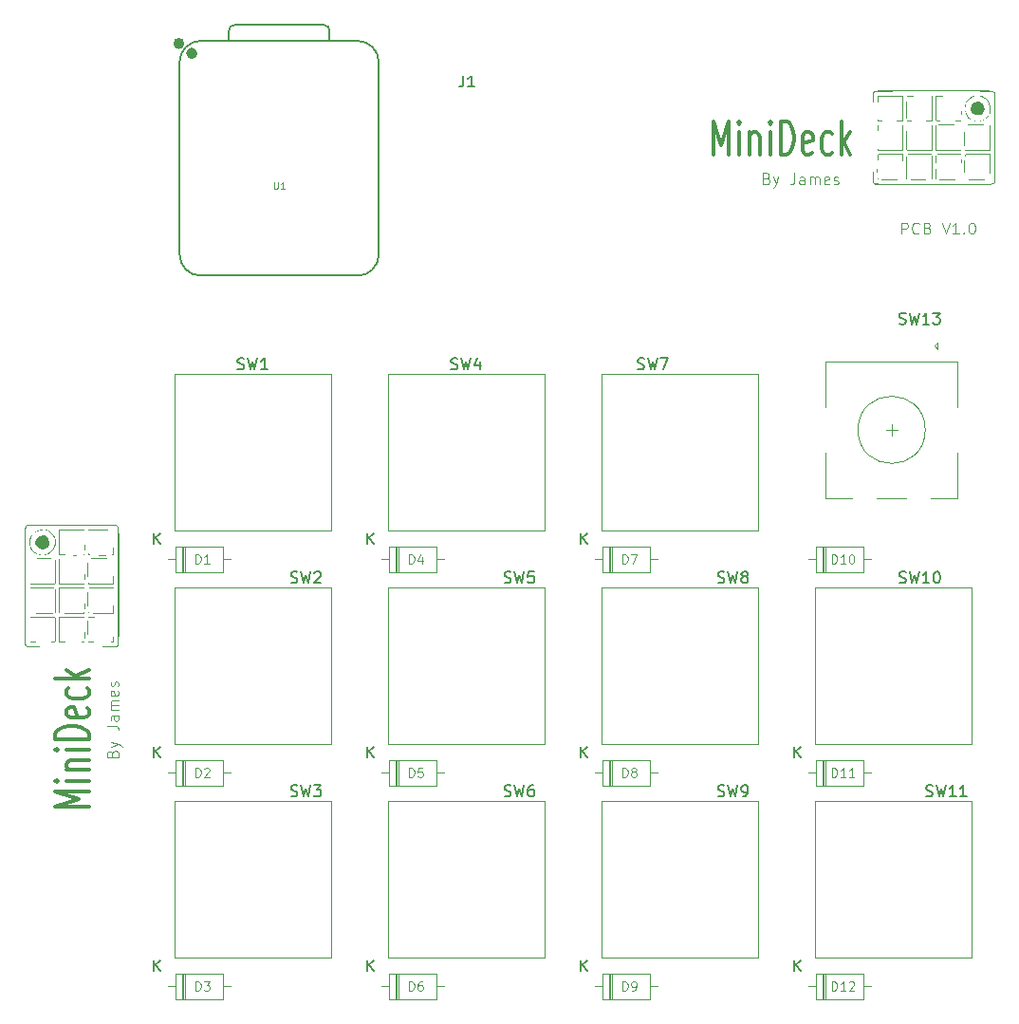
<source format=gbr>
%TF.GenerationSoftware,KiCad,Pcbnew,9.0.6*%
%TF.CreationDate,2025-12-24T16:22:33+00:00*%
%TF.ProjectId,Macro Pad,4d616372-6f20-4506-9164-2e6b69636164,rev?*%
%TF.SameCoordinates,Original*%
%TF.FileFunction,Legend,Top*%
%TF.FilePolarity,Positive*%
%FSLAX46Y46*%
G04 Gerber Fmt 4.6, Leading zero omitted, Abs format (unit mm)*
G04 Created by KiCad (PCBNEW 9.0.6) date 2025-12-24 16:22:33*
%MOMM*%
%LPD*%
G01*
G04 APERTURE LIST*
%ADD10C,0.100000*%
%ADD11C,0.300000*%
%ADD12C,0.120000*%
%ADD13C,0.150000*%
%ADD14C,0.101600*%
%ADD15C,0.000000*%
%ADD16C,0.127000*%
%ADD17C,0.504000*%
G04 APERTURE END LIST*
D10*
X39885250Y-91134099D02*
X39932869Y-90991242D01*
X39932869Y-90991242D02*
X39980488Y-90943623D01*
X39980488Y-90943623D02*
X40075726Y-90896004D01*
X40075726Y-90896004D02*
X40218583Y-90896004D01*
X40218583Y-90896004D02*
X40313821Y-90943623D01*
X40313821Y-90943623D02*
X40361441Y-90991242D01*
X40361441Y-90991242D02*
X40409060Y-91086480D01*
X40409060Y-91086480D02*
X40409060Y-91467432D01*
X40409060Y-91467432D02*
X39409060Y-91467432D01*
X39409060Y-91467432D02*
X39409060Y-91134099D01*
X39409060Y-91134099D02*
X39456679Y-91038861D01*
X39456679Y-91038861D02*
X39504298Y-90991242D01*
X39504298Y-90991242D02*
X39599536Y-90943623D01*
X39599536Y-90943623D02*
X39694774Y-90943623D01*
X39694774Y-90943623D02*
X39790012Y-90991242D01*
X39790012Y-90991242D02*
X39837631Y-91038861D01*
X39837631Y-91038861D02*
X39885250Y-91134099D01*
X39885250Y-91134099D02*
X39885250Y-91467432D01*
X39742393Y-90562670D02*
X40409060Y-90324575D01*
X39742393Y-90086480D02*
X40409060Y-90324575D01*
X40409060Y-90324575D02*
X40647155Y-90419813D01*
X40647155Y-90419813D02*
X40694774Y-90467432D01*
X40694774Y-90467432D02*
X40742393Y-90562670D01*
X39409060Y-88657908D02*
X40123345Y-88657908D01*
X40123345Y-88657908D02*
X40266202Y-88705527D01*
X40266202Y-88705527D02*
X40361441Y-88800765D01*
X40361441Y-88800765D02*
X40409060Y-88943622D01*
X40409060Y-88943622D02*
X40409060Y-89038860D01*
X40409060Y-87753146D02*
X39885250Y-87753146D01*
X39885250Y-87753146D02*
X39790012Y-87800765D01*
X39790012Y-87800765D02*
X39742393Y-87896003D01*
X39742393Y-87896003D02*
X39742393Y-88086479D01*
X39742393Y-88086479D02*
X39790012Y-88181717D01*
X40361441Y-87753146D02*
X40409060Y-87848384D01*
X40409060Y-87848384D02*
X40409060Y-88086479D01*
X40409060Y-88086479D02*
X40361441Y-88181717D01*
X40361441Y-88181717D02*
X40266202Y-88229336D01*
X40266202Y-88229336D02*
X40170964Y-88229336D01*
X40170964Y-88229336D02*
X40075726Y-88181717D01*
X40075726Y-88181717D02*
X40028107Y-88086479D01*
X40028107Y-88086479D02*
X40028107Y-87848384D01*
X40028107Y-87848384D02*
X39980488Y-87753146D01*
X40409060Y-87276955D02*
X39742393Y-87276955D01*
X39837631Y-87276955D02*
X39790012Y-87229336D01*
X39790012Y-87229336D02*
X39742393Y-87134098D01*
X39742393Y-87134098D02*
X39742393Y-86991241D01*
X39742393Y-86991241D02*
X39790012Y-86896003D01*
X39790012Y-86896003D02*
X39885250Y-86848384D01*
X39885250Y-86848384D02*
X40409060Y-86848384D01*
X39885250Y-86848384D02*
X39790012Y-86800765D01*
X39790012Y-86800765D02*
X39742393Y-86705527D01*
X39742393Y-86705527D02*
X39742393Y-86562670D01*
X39742393Y-86562670D02*
X39790012Y-86467431D01*
X39790012Y-86467431D02*
X39885250Y-86419812D01*
X39885250Y-86419812D02*
X40409060Y-86419812D01*
X40361441Y-85562670D02*
X40409060Y-85657908D01*
X40409060Y-85657908D02*
X40409060Y-85848384D01*
X40409060Y-85848384D02*
X40361441Y-85943622D01*
X40361441Y-85943622D02*
X40266202Y-85991241D01*
X40266202Y-85991241D02*
X39885250Y-85991241D01*
X39885250Y-85991241D02*
X39790012Y-85943622D01*
X39790012Y-85943622D02*
X39742393Y-85848384D01*
X39742393Y-85848384D02*
X39742393Y-85657908D01*
X39742393Y-85657908D02*
X39790012Y-85562670D01*
X39790012Y-85562670D02*
X39885250Y-85515051D01*
X39885250Y-85515051D02*
X39980488Y-85515051D01*
X39980488Y-85515051D02*
X40075726Y-85991241D01*
X40361441Y-85134098D02*
X40409060Y-85038860D01*
X40409060Y-85038860D02*
X40409060Y-84848384D01*
X40409060Y-84848384D02*
X40361441Y-84753146D01*
X40361441Y-84753146D02*
X40266202Y-84705527D01*
X40266202Y-84705527D02*
X40218583Y-84705527D01*
X40218583Y-84705527D02*
X40123345Y-84753146D01*
X40123345Y-84753146D02*
X40075726Y-84848384D01*
X40075726Y-84848384D02*
X40075726Y-84991241D01*
X40075726Y-84991241D02*
X40028107Y-85086479D01*
X40028107Y-85086479D02*
X39932869Y-85134098D01*
X39932869Y-85134098D02*
X39885250Y-85134098D01*
X39885250Y-85134098D02*
X39790012Y-85086479D01*
X39790012Y-85086479D02*
X39742393Y-84991241D01*
X39742393Y-84991241D02*
X39742393Y-84848384D01*
X39742393Y-84848384D02*
X39790012Y-84753146D01*
D11*
X37772648Y-95860258D02*
X34772648Y-95860258D01*
X34772648Y-95860258D02*
X36915505Y-95193591D01*
X36915505Y-95193591D02*
X34772648Y-94526925D01*
X34772648Y-94526925D02*
X37772648Y-94526925D01*
X37772648Y-93574544D02*
X35772648Y-93574544D01*
X34772648Y-93574544D02*
X34915505Y-93669782D01*
X34915505Y-93669782D02*
X35058362Y-93574544D01*
X35058362Y-93574544D02*
X34915505Y-93479306D01*
X34915505Y-93479306D02*
X34772648Y-93574544D01*
X34772648Y-93574544D02*
X35058362Y-93574544D01*
X35772648Y-92622163D02*
X37772648Y-92622163D01*
X36058362Y-92622163D02*
X35915505Y-92526925D01*
X35915505Y-92526925D02*
X35772648Y-92336449D01*
X35772648Y-92336449D02*
X35772648Y-92050734D01*
X35772648Y-92050734D02*
X35915505Y-91860258D01*
X35915505Y-91860258D02*
X36201219Y-91765020D01*
X36201219Y-91765020D02*
X37772648Y-91765020D01*
X37772648Y-90812639D02*
X35772648Y-90812639D01*
X34772648Y-90812639D02*
X34915505Y-90907877D01*
X34915505Y-90907877D02*
X35058362Y-90812639D01*
X35058362Y-90812639D02*
X34915505Y-90717401D01*
X34915505Y-90717401D02*
X34772648Y-90812639D01*
X34772648Y-90812639D02*
X35058362Y-90812639D01*
X37772648Y-89860258D02*
X34772648Y-89860258D01*
X34772648Y-89860258D02*
X34772648Y-89384068D01*
X34772648Y-89384068D02*
X34915505Y-89098353D01*
X34915505Y-89098353D02*
X35201219Y-88907877D01*
X35201219Y-88907877D02*
X35486933Y-88812639D01*
X35486933Y-88812639D02*
X36058362Y-88717401D01*
X36058362Y-88717401D02*
X36486933Y-88717401D01*
X36486933Y-88717401D02*
X37058362Y-88812639D01*
X37058362Y-88812639D02*
X37344076Y-88907877D01*
X37344076Y-88907877D02*
X37629791Y-89098353D01*
X37629791Y-89098353D02*
X37772648Y-89384068D01*
X37772648Y-89384068D02*
X37772648Y-89860258D01*
X37629791Y-87098353D02*
X37772648Y-87288829D01*
X37772648Y-87288829D02*
X37772648Y-87669782D01*
X37772648Y-87669782D02*
X37629791Y-87860258D01*
X37629791Y-87860258D02*
X37344076Y-87955496D01*
X37344076Y-87955496D02*
X36201219Y-87955496D01*
X36201219Y-87955496D02*
X35915505Y-87860258D01*
X35915505Y-87860258D02*
X35772648Y-87669782D01*
X35772648Y-87669782D02*
X35772648Y-87288829D01*
X35772648Y-87288829D02*
X35915505Y-87098353D01*
X35915505Y-87098353D02*
X36201219Y-87003115D01*
X36201219Y-87003115D02*
X36486933Y-87003115D01*
X36486933Y-87003115D02*
X36772648Y-87955496D01*
X37629791Y-85288829D02*
X37772648Y-85479305D01*
X37772648Y-85479305D02*
X37772648Y-85860258D01*
X37772648Y-85860258D02*
X37629791Y-86050734D01*
X37629791Y-86050734D02*
X37486933Y-86145972D01*
X37486933Y-86145972D02*
X37201219Y-86241210D01*
X37201219Y-86241210D02*
X36344076Y-86241210D01*
X36344076Y-86241210D02*
X36058362Y-86145972D01*
X36058362Y-86145972D02*
X35915505Y-86050734D01*
X35915505Y-86050734D02*
X35772648Y-85860258D01*
X35772648Y-85860258D02*
X35772648Y-85479305D01*
X35772648Y-85479305D02*
X35915505Y-85288829D01*
X37772648Y-84431686D02*
X34772648Y-84431686D01*
X36629791Y-84241210D02*
X37772648Y-83669781D01*
X35772648Y-83669781D02*
X36915505Y-84431686D01*
D10*
X110289989Y-44782827D02*
X110289989Y-43782827D01*
X110289989Y-43782827D02*
X110670941Y-43782827D01*
X110670941Y-43782827D02*
X110766179Y-43830446D01*
X110766179Y-43830446D02*
X110813798Y-43878065D01*
X110813798Y-43878065D02*
X110861417Y-43973303D01*
X110861417Y-43973303D02*
X110861417Y-44116160D01*
X110861417Y-44116160D02*
X110813798Y-44211398D01*
X110813798Y-44211398D02*
X110766179Y-44259017D01*
X110766179Y-44259017D02*
X110670941Y-44306636D01*
X110670941Y-44306636D02*
X110289989Y-44306636D01*
X111861417Y-44687588D02*
X111813798Y-44735208D01*
X111813798Y-44735208D02*
X111670941Y-44782827D01*
X111670941Y-44782827D02*
X111575703Y-44782827D01*
X111575703Y-44782827D02*
X111432846Y-44735208D01*
X111432846Y-44735208D02*
X111337608Y-44639969D01*
X111337608Y-44639969D02*
X111289989Y-44544731D01*
X111289989Y-44544731D02*
X111242370Y-44354255D01*
X111242370Y-44354255D02*
X111242370Y-44211398D01*
X111242370Y-44211398D02*
X111289989Y-44020922D01*
X111289989Y-44020922D02*
X111337608Y-43925684D01*
X111337608Y-43925684D02*
X111432846Y-43830446D01*
X111432846Y-43830446D02*
X111575703Y-43782827D01*
X111575703Y-43782827D02*
X111670941Y-43782827D01*
X111670941Y-43782827D02*
X111813798Y-43830446D01*
X111813798Y-43830446D02*
X111861417Y-43878065D01*
X112623322Y-44259017D02*
X112766179Y-44306636D01*
X112766179Y-44306636D02*
X112813798Y-44354255D01*
X112813798Y-44354255D02*
X112861417Y-44449493D01*
X112861417Y-44449493D02*
X112861417Y-44592350D01*
X112861417Y-44592350D02*
X112813798Y-44687588D01*
X112813798Y-44687588D02*
X112766179Y-44735208D01*
X112766179Y-44735208D02*
X112670941Y-44782827D01*
X112670941Y-44782827D02*
X112289989Y-44782827D01*
X112289989Y-44782827D02*
X112289989Y-43782827D01*
X112289989Y-43782827D02*
X112623322Y-43782827D01*
X112623322Y-43782827D02*
X112718560Y-43830446D01*
X112718560Y-43830446D02*
X112766179Y-43878065D01*
X112766179Y-43878065D02*
X112813798Y-43973303D01*
X112813798Y-43973303D02*
X112813798Y-44068541D01*
X112813798Y-44068541D02*
X112766179Y-44163779D01*
X112766179Y-44163779D02*
X112718560Y-44211398D01*
X112718560Y-44211398D02*
X112623322Y-44259017D01*
X112623322Y-44259017D02*
X112289989Y-44259017D01*
X113909037Y-43782827D02*
X114242370Y-44782827D01*
X114242370Y-44782827D02*
X114575703Y-43782827D01*
X115432846Y-44782827D02*
X114861418Y-44782827D01*
X115147132Y-44782827D02*
X115147132Y-43782827D01*
X115147132Y-43782827D02*
X115051894Y-43925684D01*
X115051894Y-43925684D02*
X114956656Y-44020922D01*
X114956656Y-44020922D02*
X114861418Y-44068541D01*
X115861418Y-44687588D02*
X115909037Y-44735208D01*
X115909037Y-44735208D02*
X115861418Y-44782827D01*
X115861418Y-44782827D02*
X115813799Y-44735208D01*
X115813799Y-44735208D02*
X115861418Y-44687588D01*
X115861418Y-44687588D02*
X115861418Y-44782827D01*
X116528084Y-43782827D02*
X116623322Y-43782827D01*
X116623322Y-43782827D02*
X116718560Y-43830446D01*
X116718560Y-43830446D02*
X116766179Y-43878065D01*
X116766179Y-43878065D02*
X116813798Y-43973303D01*
X116813798Y-43973303D02*
X116861417Y-44163779D01*
X116861417Y-44163779D02*
X116861417Y-44401874D01*
X116861417Y-44401874D02*
X116813798Y-44592350D01*
X116813798Y-44592350D02*
X116766179Y-44687588D01*
X116766179Y-44687588D02*
X116718560Y-44735208D01*
X116718560Y-44735208D02*
X116623322Y-44782827D01*
X116623322Y-44782827D02*
X116528084Y-44782827D01*
X116528084Y-44782827D02*
X116432846Y-44735208D01*
X116432846Y-44735208D02*
X116385227Y-44687588D01*
X116385227Y-44687588D02*
X116337608Y-44592350D01*
X116337608Y-44592350D02*
X116289989Y-44401874D01*
X116289989Y-44401874D02*
X116289989Y-44163779D01*
X116289989Y-44163779D02*
X116337608Y-43973303D01*
X116337608Y-43973303D02*
X116385227Y-43878065D01*
X116385227Y-43878065D02*
X116432846Y-43830446D01*
X116432846Y-43830446D02*
X116528084Y-43782827D01*
X98268467Y-39829859D02*
X98411324Y-39877478D01*
X98411324Y-39877478D02*
X98458943Y-39925097D01*
X98458943Y-39925097D02*
X98506562Y-40020335D01*
X98506562Y-40020335D02*
X98506562Y-40163192D01*
X98506562Y-40163192D02*
X98458943Y-40258430D01*
X98458943Y-40258430D02*
X98411324Y-40306050D01*
X98411324Y-40306050D02*
X98316086Y-40353669D01*
X98316086Y-40353669D02*
X97935134Y-40353669D01*
X97935134Y-40353669D02*
X97935134Y-39353669D01*
X97935134Y-39353669D02*
X98268467Y-39353669D01*
X98268467Y-39353669D02*
X98363705Y-39401288D01*
X98363705Y-39401288D02*
X98411324Y-39448907D01*
X98411324Y-39448907D02*
X98458943Y-39544145D01*
X98458943Y-39544145D02*
X98458943Y-39639383D01*
X98458943Y-39639383D02*
X98411324Y-39734621D01*
X98411324Y-39734621D02*
X98363705Y-39782240D01*
X98363705Y-39782240D02*
X98268467Y-39829859D01*
X98268467Y-39829859D02*
X97935134Y-39829859D01*
X98839896Y-39687002D02*
X99077991Y-40353669D01*
X99316086Y-39687002D02*
X99077991Y-40353669D01*
X99077991Y-40353669D02*
X98982753Y-40591764D01*
X98982753Y-40591764D02*
X98935134Y-40639383D01*
X98935134Y-40639383D02*
X98839896Y-40687002D01*
X100744658Y-39353669D02*
X100744658Y-40067954D01*
X100744658Y-40067954D02*
X100697039Y-40210811D01*
X100697039Y-40210811D02*
X100601801Y-40306050D01*
X100601801Y-40306050D02*
X100458944Y-40353669D01*
X100458944Y-40353669D02*
X100363706Y-40353669D01*
X101649420Y-40353669D02*
X101649420Y-39829859D01*
X101649420Y-39829859D02*
X101601801Y-39734621D01*
X101601801Y-39734621D02*
X101506563Y-39687002D01*
X101506563Y-39687002D02*
X101316087Y-39687002D01*
X101316087Y-39687002D02*
X101220849Y-39734621D01*
X101649420Y-40306050D02*
X101554182Y-40353669D01*
X101554182Y-40353669D02*
X101316087Y-40353669D01*
X101316087Y-40353669D02*
X101220849Y-40306050D01*
X101220849Y-40306050D02*
X101173230Y-40210811D01*
X101173230Y-40210811D02*
X101173230Y-40115573D01*
X101173230Y-40115573D02*
X101220849Y-40020335D01*
X101220849Y-40020335D02*
X101316087Y-39972716D01*
X101316087Y-39972716D02*
X101554182Y-39972716D01*
X101554182Y-39972716D02*
X101649420Y-39925097D01*
X102125611Y-40353669D02*
X102125611Y-39687002D01*
X102125611Y-39782240D02*
X102173230Y-39734621D01*
X102173230Y-39734621D02*
X102268468Y-39687002D01*
X102268468Y-39687002D02*
X102411325Y-39687002D01*
X102411325Y-39687002D02*
X102506563Y-39734621D01*
X102506563Y-39734621D02*
X102554182Y-39829859D01*
X102554182Y-39829859D02*
X102554182Y-40353669D01*
X102554182Y-39829859D02*
X102601801Y-39734621D01*
X102601801Y-39734621D02*
X102697039Y-39687002D01*
X102697039Y-39687002D02*
X102839896Y-39687002D01*
X102839896Y-39687002D02*
X102935135Y-39734621D01*
X102935135Y-39734621D02*
X102982754Y-39829859D01*
X102982754Y-39829859D02*
X102982754Y-40353669D01*
X103839896Y-40306050D02*
X103744658Y-40353669D01*
X103744658Y-40353669D02*
X103554182Y-40353669D01*
X103554182Y-40353669D02*
X103458944Y-40306050D01*
X103458944Y-40306050D02*
X103411325Y-40210811D01*
X103411325Y-40210811D02*
X103411325Y-39829859D01*
X103411325Y-39829859D02*
X103458944Y-39734621D01*
X103458944Y-39734621D02*
X103554182Y-39687002D01*
X103554182Y-39687002D02*
X103744658Y-39687002D01*
X103744658Y-39687002D02*
X103839896Y-39734621D01*
X103839896Y-39734621D02*
X103887515Y-39829859D01*
X103887515Y-39829859D02*
X103887515Y-39925097D01*
X103887515Y-39925097D02*
X103411325Y-40020335D01*
X104268468Y-40306050D02*
X104363706Y-40353669D01*
X104363706Y-40353669D02*
X104554182Y-40353669D01*
X104554182Y-40353669D02*
X104649420Y-40306050D01*
X104649420Y-40306050D02*
X104697039Y-40210811D01*
X104697039Y-40210811D02*
X104697039Y-40163192D01*
X104697039Y-40163192D02*
X104649420Y-40067954D01*
X104649420Y-40067954D02*
X104554182Y-40020335D01*
X104554182Y-40020335D02*
X104411325Y-40020335D01*
X104411325Y-40020335D02*
X104316087Y-39972716D01*
X104316087Y-39972716D02*
X104268468Y-39877478D01*
X104268468Y-39877478D02*
X104268468Y-39829859D01*
X104268468Y-39829859D02*
X104316087Y-39734621D01*
X104316087Y-39734621D02*
X104411325Y-39687002D01*
X104411325Y-39687002D02*
X104554182Y-39687002D01*
X104554182Y-39687002D02*
X104649420Y-39734621D01*
D11*
X93542308Y-37717257D02*
X93542308Y-34717257D01*
X93542308Y-34717257D02*
X94208975Y-36860114D01*
X94208975Y-36860114D02*
X94875641Y-34717257D01*
X94875641Y-34717257D02*
X94875641Y-37717257D01*
X95828022Y-37717257D02*
X95828022Y-35717257D01*
X95828022Y-34717257D02*
X95732784Y-34860114D01*
X95732784Y-34860114D02*
X95828022Y-35002971D01*
X95828022Y-35002971D02*
X95923260Y-34860114D01*
X95923260Y-34860114D02*
X95828022Y-34717257D01*
X95828022Y-34717257D02*
X95828022Y-35002971D01*
X96780403Y-35717257D02*
X96780403Y-37717257D01*
X96780403Y-36002971D02*
X96875641Y-35860114D01*
X96875641Y-35860114D02*
X97066117Y-35717257D01*
X97066117Y-35717257D02*
X97351832Y-35717257D01*
X97351832Y-35717257D02*
X97542308Y-35860114D01*
X97542308Y-35860114D02*
X97637546Y-36145828D01*
X97637546Y-36145828D02*
X97637546Y-37717257D01*
X98589927Y-37717257D02*
X98589927Y-35717257D01*
X98589927Y-34717257D02*
X98494689Y-34860114D01*
X98494689Y-34860114D02*
X98589927Y-35002971D01*
X98589927Y-35002971D02*
X98685165Y-34860114D01*
X98685165Y-34860114D02*
X98589927Y-34717257D01*
X98589927Y-34717257D02*
X98589927Y-35002971D01*
X99542308Y-37717257D02*
X99542308Y-34717257D01*
X99542308Y-34717257D02*
X100018498Y-34717257D01*
X100018498Y-34717257D02*
X100304213Y-34860114D01*
X100304213Y-34860114D02*
X100494689Y-35145828D01*
X100494689Y-35145828D02*
X100589927Y-35431542D01*
X100589927Y-35431542D02*
X100685165Y-36002971D01*
X100685165Y-36002971D02*
X100685165Y-36431542D01*
X100685165Y-36431542D02*
X100589927Y-37002971D01*
X100589927Y-37002971D02*
X100494689Y-37288685D01*
X100494689Y-37288685D02*
X100304213Y-37574400D01*
X100304213Y-37574400D02*
X100018498Y-37717257D01*
X100018498Y-37717257D02*
X99542308Y-37717257D01*
X102304213Y-37574400D02*
X102113737Y-37717257D01*
X102113737Y-37717257D02*
X101732784Y-37717257D01*
X101732784Y-37717257D02*
X101542308Y-37574400D01*
X101542308Y-37574400D02*
X101447070Y-37288685D01*
X101447070Y-37288685D02*
X101447070Y-36145828D01*
X101447070Y-36145828D02*
X101542308Y-35860114D01*
X101542308Y-35860114D02*
X101732784Y-35717257D01*
X101732784Y-35717257D02*
X102113737Y-35717257D01*
X102113737Y-35717257D02*
X102304213Y-35860114D01*
X102304213Y-35860114D02*
X102399451Y-36145828D01*
X102399451Y-36145828D02*
X102399451Y-36431542D01*
X102399451Y-36431542D02*
X101447070Y-36717257D01*
X104113737Y-37574400D02*
X103923261Y-37717257D01*
X103923261Y-37717257D02*
X103542308Y-37717257D01*
X103542308Y-37717257D02*
X103351832Y-37574400D01*
X103351832Y-37574400D02*
X103256594Y-37431542D01*
X103256594Y-37431542D02*
X103161356Y-37145828D01*
X103161356Y-37145828D02*
X103161356Y-36288685D01*
X103161356Y-36288685D02*
X103256594Y-36002971D01*
X103256594Y-36002971D02*
X103351832Y-35860114D01*
X103351832Y-35860114D02*
X103542308Y-35717257D01*
X103542308Y-35717257D02*
X103923261Y-35717257D01*
X103923261Y-35717257D02*
X104113737Y-35860114D01*
X104970880Y-37717257D02*
X104970880Y-34717257D01*
X105161356Y-36574400D02*
X105732785Y-37717257D01*
X105732785Y-35717257D02*
X104970880Y-36860114D01*
D12*
X104103571Y-74182605D02*
X104103571Y-73382605D01*
X104103571Y-73382605D02*
X104294047Y-73382605D01*
X104294047Y-73382605D02*
X104408333Y-73420700D01*
X104408333Y-73420700D02*
X104484523Y-73496890D01*
X104484523Y-73496890D02*
X104522618Y-73573081D01*
X104522618Y-73573081D02*
X104560714Y-73725462D01*
X104560714Y-73725462D02*
X104560714Y-73839748D01*
X104560714Y-73839748D02*
X104522618Y-73992129D01*
X104522618Y-73992129D02*
X104484523Y-74068319D01*
X104484523Y-74068319D02*
X104408333Y-74144510D01*
X104408333Y-74144510D02*
X104294047Y-74182605D01*
X104294047Y-74182605D02*
X104103571Y-74182605D01*
X105322618Y-74182605D02*
X104865475Y-74182605D01*
X105094047Y-74182605D02*
X105094047Y-73382605D01*
X105094047Y-73382605D02*
X105017856Y-73496890D01*
X105017856Y-73496890D02*
X104941666Y-73573081D01*
X104941666Y-73573081D02*
X104865475Y-73611176D01*
X105817857Y-73382605D02*
X105894047Y-73382605D01*
X105894047Y-73382605D02*
X105970238Y-73420700D01*
X105970238Y-73420700D02*
X106008333Y-73458795D01*
X106008333Y-73458795D02*
X106046428Y-73534986D01*
X106046428Y-73534986D02*
X106084523Y-73687367D01*
X106084523Y-73687367D02*
X106084523Y-73877843D01*
X106084523Y-73877843D02*
X106046428Y-74030224D01*
X106046428Y-74030224D02*
X106008333Y-74106414D01*
X106008333Y-74106414D02*
X105970238Y-74144510D01*
X105970238Y-74144510D02*
X105894047Y-74182605D01*
X105894047Y-74182605D02*
X105817857Y-74182605D01*
X105817857Y-74182605D02*
X105741666Y-74144510D01*
X105741666Y-74144510D02*
X105703571Y-74106414D01*
X105703571Y-74106414D02*
X105665476Y-74030224D01*
X105665476Y-74030224D02*
X105627380Y-73877843D01*
X105627380Y-73877843D02*
X105627380Y-73687367D01*
X105627380Y-73687367D02*
X105665476Y-73534986D01*
X105665476Y-73534986D02*
X105703571Y-73458795D01*
X105703571Y-73458795D02*
X105741666Y-73420700D01*
X105741666Y-73420700D02*
X105817857Y-73382605D01*
D13*
X93916667Y-75876950D02*
X94059524Y-75924569D01*
X94059524Y-75924569D02*
X94297619Y-75924569D01*
X94297619Y-75924569D02*
X94392857Y-75876950D01*
X94392857Y-75876950D02*
X94440476Y-75829330D01*
X94440476Y-75829330D02*
X94488095Y-75734092D01*
X94488095Y-75734092D02*
X94488095Y-75638854D01*
X94488095Y-75638854D02*
X94440476Y-75543616D01*
X94440476Y-75543616D02*
X94392857Y-75495997D01*
X94392857Y-75495997D02*
X94297619Y-75448378D01*
X94297619Y-75448378D02*
X94107143Y-75400759D01*
X94107143Y-75400759D02*
X94011905Y-75353140D01*
X94011905Y-75353140D02*
X93964286Y-75305521D01*
X93964286Y-75305521D02*
X93916667Y-75210283D01*
X93916667Y-75210283D02*
X93916667Y-75115045D01*
X93916667Y-75115045D02*
X93964286Y-75019807D01*
X93964286Y-75019807D02*
X94011905Y-74972188D01*
X94011905Y-74972188D02*
X94107143Y-74924569D01*
X94107143Y-74924569D02*
X94345238Y-74924569D01*
X94345238Y-74924569D02*
X94488095Y-74972188D01*
X94821429Y-74924569D02*
X95059524Y-75924569D01*
X95059524Y-75924569D02*
X95250000Y-75210283D01*
X95250000Y-75210283D02*
X95440476Y-75924569D01*
X95440476Y-75924569D02*
X95678572Y-74924569D01*
X96202381Y-75353140D02*
X96107143Y-75305521D01*
X96107143Y-75305521D02*
X96059524Y-75257902D01*
X96059524Y-75257902D02*
X96011905Y-75162664D01*
X96011905Y-75162664D02*
X96011905Y-75115045D01*
X96011905Y-75115045D02*
X96059524Y-75019807D01*
X96059524Y-75019807D02*
X96107143Y-74972188D01*
X96107143Y-74972188D02*
X96202381Y-74924569D01*
X96202381Y-74924569D02*
X96392857Y-74924569D01*
X96392857Y-74924569D02*
X96488095Y-74972188D01*
X96488095Y-74972188D02*
X96535714Y-75019807D01*
X96535714Y-75019807D02*
X96583333Y-75115045D01*
X96583333Y-75115045D02*
X96583333Y-75162664D01*
X96583333Y-75162664D02*
X96535714Y-75257902D01*
X96535714Y-75257902D02*
X96488095Y-75305521D01*
X96488095Y-75305521D02*
X96392857Y-75353140D01*
X96392857Y-75353140D02*
X96202381Y-75353140D01*
X96202381Y-75353140D02*
X96107143Y-75400759D01*
X96107143Y-75400759D02*
X96059524Y-75448378D01*
X96059524Y-75448378D02*
X96011905Y-75543616D01*
X96011905Y-75543616D02*
X96011905Y-75734092D01*
X96011905Y-75734092D02*
X96059524Y-75829330D01*
X96059524Y-75829330D02*
X96107143Y-75876950D01*
X96107143Y-75876950D02*
X96202381Y-75924569D01*
X96202381Y-75924569D02*
X96392857Y-75924569D01*
X96392857Y-75924569D02*
X96488095Y-75876950D01*
X96488095Y-75876950D02*
X96535714Y-75829330D01*
X96535714Y-75829330D02*
X96583333Y-75734092D01*
X96583333Y-75734092D02*
X96583333Y-75543616D01*
X96583333Y-75543616D02*
X96535714Y-75448378D01*
X96535714Y-75448378D02*
X96488095Y-75400759D01*
X96488095Y-75400759D02*
X96392857Y-75353140D01*
X100703095Y-91523569D02*
X100703095Y-90523569D01*
X101274523Y-91523569D02*
X100845952Y-90952140D01*
X101274523Y-90523569D02*
X100703095Y-91094997D01*
D12*
X104103571Y-93232605D02*
X104103571Y-92432605D01*
X104103571Y-92432605D02*
X104294047Y-92432605D01*
X104294047Y-92432605D02*
X104408333Y-92470700D01*
X104408333Y-92470700D02*
X104484523Y-92546890D01*
X104484523Y-92546890D02*
X104522618Y-92623081D01*
X104522618Y-92623081D02*
X104560714Y-92775462D01*
X104560714Y-92775462D02*
X104560714Y-92889748D01*
X104560714Y-92889748D02*
X104522618Y-93042129D01*
X104522618Y-93042129D02*
X104484523Y-93118319D01*
X104484523Y-93118319D02*
X104408333Y-93194510D01*
X104408333Y-93194510D02*
X104294047Y-93232605D01*
X104294047Y-93232605D02*
X104103571Y-93232605D01*
X105322618Y-93232605D02*
X104865475Y-93232605D01*
X105094047Y-93232605D02*
X105094047Y-92432605D01*
X105094047Y-92432605D02*
X105017856Y-92546890D01*
X105017856Y-92546890D02*
X104941666Y-92623081D01*
X104941666Y-92623081D02*
X104865475Y-92661176D01*
X106084523Y-93232605D02*
X105627380Y-93232605D01*
X105855952Y-93232605D02*
X105855952Y-92432605D01*
X105855952Y-92432605D02*
X105779761Y-92546890D01*
X105779761Y-92546890D02*
X105703571Y-92623081D01*
X105703571Y-92623081D02*
X105627380Y-92661176D01*
D13*
X93916667Y-94926950D02*
X94059524Y-94974569D01*
X94059524Y-94974569D02*
X94297619Y-94974569D01*
X94297619Y-94974569D02*
X94392857Y-94926950D01*
X94392857Y-94926950D02*
X94440476Y-94879330D01*
X94440476Y-94879330D02*
X94488095Y-94784092D01*
X94488095Y-94784092D02*
X94488095Y-94688854D01*
X94488095Y-94688854D02*
X94440476Y-94593616D01*
X94440476Y-94593616D02*
X94392857Y-94545997D01*
X94392857Y-94545997D02*
X94297619Y-94498378D01*
X94297619Y-94498378D02*
X94107143Y-94450759D01*
X94107143Y-94450759D02*
X94011905Y-94403140D01*
X94011905Y-94403140D02*
X93964286Y-94355521D01*
X93964286Y-94355521D02*
X93916667Y-94260283D01*
X93916667Y-94260283D02*
X93916667Y-94165045D01*
X93916667Y-94165045D02*
X93964286Y-94069807D01*
X93964286Y-94069807D02*
X94011905Y-94022188D01*
X94011905Y-94022188D02*
X94107143Y-93974569D01*
X94107143Y-93974569D02*
X94345238Y-93974569D01*
X94345238Y-93974569D02*
X94488095Y-94022188D01*
X94821429Y-93974569D02*
X95059524Y-94974569D01*
X95059524Y-94974569D02*
X95250000Y-94260283D01*
X95250000Y-94260283D02*
X95440476Y-94974569D01*
X95440476Y-94974569D02*
X95678572Y-93974569D01*
X96107143Y-94974569D02*
X96297619Y-94974569D01*
X96297619Y-94974569D02*
X96392857Y-94926950D01*
X96392857Y-94926950D02*
X96440476Y-94879330D01*
X96440476Y-94879330D02*
X96535714Y-94736473D01*
X96535714Y-94736473D02*
X96583333Y-94545997D01*
X96583333Y-94545997D02*
X96583333Y-94165045D01*
X96583333Y-94165045D02*
X96535714Y-94069807D01*
X96535714Y-94069807D02*
X96488095Y-94022188D01*
X96488095Y-94022188D02*
X96392857Y-93974569D01*
X96392857Y-93974569D02*
X96202381Y-93974569D01*
X96202381Y-93974569D02*
X96107143Y-94022188D01*
X96107143Y-94022188D02*
X96059524Y-94069807D01*
X96059524Y-94069807D02*
X96011905Y-94165045D01*
X96011905Y-94165045D02*
X96011905Y-94403140D01*
X96011905Y-94403140D02*
X96059524Y-94498378D01*
X96059524Y-94498378D02*
X96107143Y-94545997D01*
X96107143Y-94545997D02*
X96202381Y-94593616D01*
X96202381Y-94593616D02*
X96392857Y-94593616D01*
X96392857Y-94593616D02*
X96488095Y-94545997D01*
X96488095Y-94545997D02*
X96535714Y-94498378D01*
X96535714Y-94498378D02*
X96583333Y-94403140D01*
D12*
X85434524Y-93232605D02*
X85434524Y-92432605D01*
X85434524Y-92432605D02*
X85625000Y-92432605D01*
X85625000Y-92432605D02*
X85739286Y-92470700D01*
X85739286Y-92470700D02*
X85815476Y-92546890D01*
X85815476Y-92546890D02*
X85853571Y-92623081D01*
X85853571Y-92623081D02*
X85891667Y-92775462D01*
X85891667Y-92775462D02*
X85891667Y-92889748D01*
X85891667Y-92889748D02*
X85853571Y-93042129D01*
X85853571Y-93042129D02*
X85815476Y-93118319D01*
X85815476Y-93118319D02*
X85739286Y-93194510D01*
X85739286Y-93194510D02*
X85625000Y-93232605D01*
X85625000Y-93232605D02*
X85434524Y-93232605D01*
X86348809Y-92775462D02*
X86272619Y-92737367D01*
X86272619Y-92737367D02*
X86234524Y-92699271D01*
X86234524Y-92699271D02*
X86196428Y-92623081D01*
X86196428Y-92623081D02*
X86196428Y-92584986D01*
X86196428Y-92584986D02*
X86234524Y-92508795D01*
X86234524Y-92508795D02*
X86272619Y-92470700D01*
X86272619Y-92470700D02*
X86348809Y-92432605D01*
X86348809Y-92432605D02*
X86501190Y-92432605D01*
X86501190Y-92432605D02*
X86577381Y-92470700D01*
X86577381Y-92470700D02*
X86615476Y-92508795D01*
X86615476Y-92508795D02*
X86653571Y-92584986D01*
X86653571Y-92584986D02*
X86653571Y-92623081D01*
X86653571Y-92623081D02*
X86615476Y-92699271D01*
X86615476Y-92699271D02*
X86577381Y-92737367D01*
X86577381Y-92737367D02*
X86501190Y-92775462D01*
X86501190Y-92775462D02*
X86348809Y-92775462D01*
X86348809Y-92775462D02*
X86272619Y-92813557D01*
X86272619Y-92813557D02*
X86234524Y-92851652D01*
X86234524Y-92851652D02*
X86196428Y-92927843D01*
X86196428Y-92927843D02*
X86196428Y-93080224D01*
X86196428Y-93080224D02*
X86234524Y-93156414D01*
X86234524Y-93156414D02*
X86272619Y-93194510D01*
X86272619Y-93194510D02*
X86348809Y-93232605D01*
X86348809Y-93232605D02*
X86501190Y-93232605D01*
X86501190Y-93232605D02*
X86577381Y-93194510D01*
X86577381Y-93194510D02*
X86615476Y-93156414D01*
X86615476Y-93156414D02*
X86653571Y-93080224D01*
X86653571Y-93080224D02*
X86653571Y-92927843D01*
X86653571Y-92927843D02*
X86615476Y-92851652D01*
X86615476Y-92851652D02*
X86577381Y-92813557D01*
X86577381Y-92813557D02*
X86501190Y-92775462D01*
D13*
X81653095Y-91523569D02*
X81653095Y-90523569D01*
X82224523Y-91523569D02*
X81795952Y-90952140D01*
X82224523Y-90523569D02*
X81653095Y-91094997D01*
X71194166Y-30652319D02*
X71194166Y-31366604D01*
X71194166Y-31366604D02*
X71146547Y-31509461D01*
X71146547Y-31509461D02*
X71051309Y-31604700D01*
X71051309Y-31604700D02*
X70908452Y-31652319D01*
X70908452Y-31652319D02*
X70813214Y-31652319D01*
X72194166Y-31652319D02*
X71622738Y-31652319D01*
X71908452Y-31652319D02*
X71908452Y-30652319D01*
X71908452Y-30652319D02*
X71813214Y-30795176D01*
X71813214Y-30795176D02*
X71717976Y-30890414D01*
X71717976Y-30890414D02*
X71622738Y-30938033D01*
D12*
X47334524Y-74182605D02*
X47334524Y-73382605D01*
X47334524Y-73382605D02*
X47525000Y-73382605D01*
X47525000Y-73382605D02*
X47639286Y-73420700D01*
X47639286Y-73420700D02*
X47715476Y-73496890D01*
X47715476Y-73496890D02*
X47753571Y-73573081D01*
X47753571Y-73573081D02*
X47791667Y-73725462D01*
X47791667Y-73725462D02*
X47791667Y-73839748D01*
X47791667Y-73839748D02*
X47753571Y-73992129D01*
X47753571Y-73992129D02*
X47715476Y-74068319D01*
X47715476Y-74068319D02*
X47639286Y-74144510D01*
X47639286Y-74144510D02*
X47525000Y-74182605D01*
X47525000Y-74182605D02*
X47334524Y-74182605D01*
X48553571Y-74182605D02*
X48096428Y-74182605D01*
X48325000Y-74182605D02*
X48325000Y-73382605D01*
X48325000Y-73382605D02*
X48248809Y-73496890D01*
X48248809Y-73496890D02*
X48172619Y-73573081D01*
X48172619Y-73573081D02*
X48096428Y-73611176D01*
D13*
X43553095Y-72473569D02*
X43553095Y-71473569D01*
X44124523Y-72473569D02*
X43695952Y-71902140D01*
X44124523Y-71473569D02*
X43553095Y-72044997D01*
X74866667Y-75876950D02*
X75009524Y-75924569D01*
X75009524Y-75924569D02*
X75247619Y-75924569D01*
X75247619Y-75924569D02*
X75342857Y-75876950D01*
X75342857Y-75876950D02*
X75390476Y-75829330D01*
X75390476Y-75829330D02*
X75438095Y-75734092D01*
X75438095Y-75734092D02*
X75438095Y-75638854D01*
X75438095Y-75638854D02*
X75390476Y-75543616D01*
X75390476Y-75543616D02*
X75342857Y-75495997D01*
X75342857Y-75495997D02*
X75247619Y-75448378D01*
X75247619Y-75448378D02*
X75057143Y-75400759D01*
X75057143Y-75400759D02*
X74961905Y-75353140D01*
X74961905Y-75353140D02*
X74914286Y-75305521D01*
X74914286Y-75305521D02*
X74866667Y-75210283D01*
X74866667Y-75210283D02*
X74866667Y-75115045D01*
X74866667Y-75115045D02*
X74914286Y-75019807D01*
X74914286Y-75019807D02*
X74961905Y-74972188D01*
X74961905Y-74972188D02*
X75057143Y-74924569D01*
X75057143Y-74924569D02*
X75295238Y-74924569D01*
X75295238Y-74924569D02*
X75438095Y-74972188D01*
X75771429Y-74924569D02*
X76009524Y-75924569D01*
X76009524Y-75924569D02*
X76200000Y-75210283D01*
X76200000Y-75210283D02*
X76390476Y-75924569D01*
X76390476Y-75924569D02*
X76628572Y-74924569D01*
X77485714Y-74924569D02*
X77009524Y-74924569D01*
X77009524Y-74924569D02*
X76961905Y-75400759D01*
X76961905Y-75400759D02*
X77009524Y-75353140D01*
X77009524Y-75353140D02*
X77104762Y-75305521D01*
X77104762Y-75305521D02*
X77342857Y-75305521D01*
X77342857Y-75305521D02*
X77438095Y-75353140D01*
X77438095Y-75353140D02*
X77485714Y-75400759D01*
X77485714Y-75400759D02*
X77533333Y-75495997D01*
X77533333Y-75495997D02*
X77533333Y-75734092D01*
X77533333Y-75734092D02*
X77485714Y-75829330D01*
X77485714Y-75829330D02*
X77438095Y-75876950D01*
X77438095Y-75876950D02*
X77342857Y-75924569D01*
X77342857Y-75924569D02*
X77104762Y-75924569D01*
X77104762Y-75924569D02*
X77009524Y-75876950D01*
X77009524Y-75876950D02*
X76961905Y-75829330D01*
D12*
X66384524Y-74182605D02*
X66384524Y-73382605D01*
X66384524Y-73382605D02*
X66575000Y-73382605D01*
X66575000Y-73382605D02*
X66689286Y-73420700D01*
X66689286Y-73420700D02*
X66765476Y-73496890D01*
X66765476Y-73496890D02*
X66803571Y-73573081D01*
X66803571Y-73573081D02*
X66841667Y-73725462D01*
X66841667Y-73725462D02*
X66841667Y-73839748D01*
X66841667Y-73839748D02*
X66803571Y-73992129D01*
X66803571Y-73992129D02*
X66765476Y-74068319D01*
X66765476Y-74068319D02*
X66689286Y-74144510D01*
X66689286Y-74144510D02*
X66575000Y-74182605D01*
X66575000Y-74182605D02*
X66384524Y-74182605D01*
X67527381Y-73649271D02*
X67527381Y-74182605D01*
X67336905Y-73344510D02*
X67146428Y-73915938D01*
X67146428Y-73915938D02*
X67641667Y-73915938D01*
D13*
X62603095Y-72473569D02*
X62603095Y-71473569D01*
X63174523Y-72473569D02*
X62745952Y-71902140D01*
X63174523Y-71473569D02*
X62603095Y-72044997D01*
X100703095Y-110573569D02*
X100703095Y-109573569D01*
X101274523Y-110573569D02*
X100845952Y-110002140D01*
X101274523Y-109573569D02*
X100703095Y-110144997D01*
D12*
X104103571Y-112282605D02*
X104103571Y-111482605D01*
X104103571Y-111482605D02*
X104294047Y-111482605D01*
X104294047Y-111482605D02*
X104408333Y-111520700D01*
X104408333Y-111520700D02*
X104484523Y-111596890D01*
X104484523Y-111596890D02*
X104522618Y-111673081D01*
X104522618Y-111673081D02*
X104560714Y-111825462D01*
X104560714Y-111825462D02*
X104560714Y-111939748D01*
X104560714Y-111939748D02*
X104522618Y-112092129D01*
X104522618Y-112092129D02*
X104484523Y-112168319D01*
X104484523Y-112168319D02*
X104408333Y-112244510D01*
X104408333Y-112244510D02*
X104294047Y-112282605D01*
X104294047Y-112282605D02*
X104103571Y-112282605D01*
X105322618Y-112282605D02*
X104865475Y-112282605D01*
X105094047Y-112282605D02*
X105094047Y-111482605D01*
X105094047Y-111482605D02*
X105017856Y-111596890D01*
X105017856Y-111596890D02*
X104941666Y-111673081D01*
X104941666Y-111673081D02*
X104865475Y-111711176D01*
X105627380Y-111558795D02*
X105665476Y-111520700D01*
X105665476Y-111520700D02*
X105741666Y-111482605D01*
X105741666Y-111482605D02*
X105932142Y-111482605D01*
X105932142Y-111482605D02*
X106008333Y-111520700D01*
X106008333Y-111520700D02*
X106046428Y-111558795D01*
X106046428Y-111558795D02*
X106084523Y-111634986D01*
X106084523Y-111634986D02*
X106084523Y-111711176D01*
X106084523Y-111711176D02*
X106046428Y-111825462D01*
X106046428Y-111825462D02*
X105589285Y-112282605D01*
X105589285Y-112282605D02*
X106084523Y-112282605D01*
D13*
X55816667Y-94926950D02*
X55959524Y-94974569D01*
X55959524Y-94974569D02*
X56197619Y-94974569D01*
X56197619Y-94974569D02*
X56292857Y-94926950D01*
X56292857Y-94926950D02*
X56340476Y-94879330D01*
X56340476Y-94879330D02*
X56388095Y-94784092D01*
X56388095Y-94784092D02*
X56388095Y-94688854D01*
X56388095Y-94688854D02*
X56340476Y-94593616D01*
X56340476Y-94593616D02*
X56292857Y-94545997D01*
X56292857Y-94545997D02*
X56197619Y-94498378D01*
X56197619Y-94498378D02*
X56007143Y-94450759D01*
X56007143Y-94450759D02*
X55911905Y-94403140D01*
X55911905Y-94403140D02*
X55864286Y-94355521D01*
X55864286Y-94355521D02*
X55816667Y-94260283D01*
X55816667Y-94260283D02*
X55816667Y-94165045D01*
X55816667Y-94165045D02*
X55864286Y-94069807D01*
X55864286Y-94069807D02*
X55911905Y-94022188D01*
X55911905Y-94022188D02*
X56007143Y-93974569D01*
X56007143Y-93974569D02*
X56245238Y-93974569D01*
X56245238Y-93974569D02*
X56388095Y-94022188D01*
X56721429Y-93974569D02*
X56959524Y-94974569D01*
X56959524Y-94974569D02*
X57150000Y-94260283D01*
X57150000Y-94260283D02*
X57340476Y-94974569D01*
X57340476Y-94974569D02*
X57578572Y-93974569D01*
X57864286Y-93974569D02*
X58483333Y-93974569D01*
X58483333Y-93974569D02*
X58150000Y-94355521D01*
X58150000Y-94355521D02*
X58292857Y-94355521D01*
X58292857Y-94355521D02*
X58388095Y-94403140D01*
X58388095Y-94403140D02*
X58435714Y-94450759D01*
X58435714Y-94450759D02*
X58483333Y-94545997D01*
X58483333Y-94545997D02*
X58483333Y-94784092D01*
X58483333Y-94784092D02*
X58435714Y-94879330D01*
X58435714Y-94879330D02*
X58388095Y-94926950D01*
X58388095Y-94926950D02*
X58292857Y-94974569D01*
X58292857Y-94974569D02*
X58007143Y-94974569D01*
X58007143Y-94974569D02*
X57911905Y-94926950D01*
X57911905Y-94926950D02*
X57864286Y-94879330D01*
X51054167Y-56826950D02*
X51197024Y-56874569D01*
X51197024Y-56874569D02*
X51435119Y-56874569D01*
X51435119Y-56874569D02*
X51530357Y-56826950D01*
X51530357Y-56826950D02*
X51577976Y-56779330D01*
X51577976Y-56779330D02*
X51625595Y-56684092D01*
X51625595Y-56684092D02*
X51625595Y-56588854D01*
X51625595Y-56588854D02*
X51577976Y-56493616D01*
X51577976Y-56493616D02*
X51530357Y-56445997D01*
X51530357Y-56445997D02*
X51435119Y-56398378D01*
X51435119Y-56398378D02*
X51244643Y-56350759D01*
X51244643Y-56350759D02*
X51149405Y-56303140D01*
X51149405Y-56303140D02*
X51101786Y-56255521D01*
X51101786Y-56255521D02*
X51054167Y-56160283D01*
X51054167Y-56160283D02*
X51054167Y-56065045D01*
X51054167Y-56065045D02*
X51101786Y-55969807D01*
X51101786Y-55969807D02*
X51149405Y-55922188D01*
X51149405Y-55922188D02*
X51244643Y-55874569D01*
X51244643Y-55874569D02*
X51482738Y-55874569D01*
X51482738Y-55874569D02*
X51625595Y-55922188D01*
X51958929Y-55874569D02*
X52197024Y-56874569D01*
X52197024Y-56874569D02*
X52387500Y-56160283D01*
X52387500Y-56160283D02*
X52577976Y-56874569D01*
X52577976Y-56874569D02*
X52816072Y-55874569D01*
X53720833Y-56874569D02*
X53149405Y-56874569D01*
X53435119Y-56874569D02*
X53435119Y-55874569D01*
X53435119Y-55874569D02*
X53339881Y-56017426D01*
X53339881Y-56017426D02*
X53244643Y-56112664D01*
X53244643Y-56112664D02*
X53149405Y-56160283D01*
D12*
X47334524Y-112282605D02*
X47334524Y-111482605D01*
X47334524Y-111482605D02*
X47525000Y-111482605D01*
X47525000Y-111482605D02*
X47639286Y-111520700D01*
X47639286Y-111520700D02*
X47715476Y-111596890D01*
X47715476Y-111596890D02*
X47753571Y-111673081D01*
X47753571Y-111673081D02*
X47791667Y-111825462D01*
X47791667Y-111825462D02*
X47791667Y-111939748D01*
X47791667Y-111939748D02*
X47753571Y-112092129D01*
X47753571Y-112092129D02*
X47715476Y-112168319D01*
X47715476Y-112168319D02*
X47639286Y-112244510D01*
X47639286Y-112244510D02*
X47525000Y-112282605D01*
X47525000Y-112282605D02*
X47334524Y-112282605D01*
X48058333Y-111482605D02*
X48553571Y-111482605D01*
X48553571Y-111482605D02*
X48286905Y-111787367D01*
X48286905Y-111787367D02*
X48401190Y-111787367D01*
X48401190Y-111787367D02*
X48477381Y-111825462D01*
X48477381Y-111825462D02*
X48515476Y-111863557D01*
X48515476Y-111863557D02*
X48553571Y-111939748D01*
X48553571Y-111939748D02*
X48553571Y-112130224D01*
X48553571Y-112130224D02*
X48515476Y-112206414D01*
X48515476Y-112206414D02*
X48477381Y-112244510D01*
X48477381Y-112244510D02*
X48401190Y-112282605D01*
X48401190Y-112282605D02*
X48172619Y-112282605D01*
X48172619Y-112282605D02*
X48096428Y-112244510D01*
X48096428Y-112244510D02*
X48058333Y-112206414D01*
D13*
X43553095Y-110573569D02*
X43553095Y-109573569D01*
X44124523Y-110573569D02*
X43695952Y-110002140D01*
X44124523Y-109573569D02*
X43553095Y-110144997D01*
D12*
X66384524Y-93232605D02*
X66384524Y-92432605D01*
X66384524Y-92432605D02*
X66575000Y-92432605D01*
X66575000Y-92432605D02*
X66689286Y-92470700D01*
X66689286Y-92470700D02*
X66765476Y-92546890D01*
X66765476Y-92546890D02*
X66803571Y-92623081D01*
X66803571Y-92623081D02*
X66841667Y-92775462D01*
X66841667Y-92775462D02*
X66841667Y-92889748D01*
X66841667Y-92889748D02*
X66803571Y-93042129D01*
X66803571Y-93042129D02*
X66765476Y-93118319D01*
X66765476Y-93118319D02*
X66689286Y-93194510D01*
X66689286Y-93194510D02*
X66575000Y-93232605D01*
X66575000Y-93232605D02*
X66384524Y-93232605D01*
X67565476Y-92432605D02*
X67184524Y-92432605D01*
X67184524Y-92432605D02*
X67146428Y-92813557D01*
X67146428Y-92813557D02*
X67184524Y-92775462D01*
X67184524Y-92775462D02*
X67260714Y-92737367D01*
X67260714Y-92737367D02*
X67451190Y-92737367D01*
X67451190Y-92737367D02*
X67527381Y-92775462D01*
X67527381Y-92775462D02*
X67565476Y-92813557D01*
X67565476Y-92813557D02*
X67603571Y-92889748D01*
X67603571Y-92889748D02*
X67603571Y-93080224D01*
X67603571Y-93080224D02*
X67565476Y-93156414D01*
X67565476Y-93156414D02*
X67527381Y-93194510D01*
X67527381Y-93194510D02*
X67451190Y-93232605D01*
X67451190Y-93232605D02*
X67260714Y-93232605D01*
X67260714Y-93232605D02*
X67184524Y-93194510D01*
X67184524Y-93194510D02*
X67146428Y-93156414D01*
D13*
X62603095Y-91523569D02*
X62603095Y-90523569D01*
X63174523Y-91523569D02*
X62745952Y-90952140D01*
X63174523Y-90523569D02*
X62603095Y-91094997D01*
X110109226Y-52794700D02*
X110252083Y-52842319D01*
X110252083Y-52842319D02*
X110490178Y-52842319D01*
X110490178Y-52842319D02*
X110585416Y-52794700D01*
X110585416Y-52794700D02*
X110633035Y-52747080D01*
X110633035Y-52747080D02*
X110680654Y-52651842D01*
X110680654Y-52651842D02*
X110680654Y-52556604D01*
X110680654Y-52556604D02*
X110633035Y-52461366D01*
X110633035Y-52461366D02*
X110585416Y-52413747D01*
X110585416Y-52413747D02*
X110490178Y-52366128D01*
X110490178Y-52366128D02*
X110299702Y-52318509D01*
X110299702Y-52318509D02*
X110204464Y-52270890D01*
X110204464Y-52270890D02*
X110156845Y-52223271D01*
X110156845Y-52223271D02*
X110109226Y-52128033D01*
X110109226Y-52128033D02*
X110109226Y-52032795D01*
X110109226Y-52032795D02*
X110156845Y-51937557D01*
X110156845Y-51937557D02*
X110204464Y-51889938D01*
X110204464Y-51889938D02*
X110299702Y-51842319D01*
X110299702Y-51842319D02*
X110537797Y-51842319D01*
X110537797Y-51842319D02*
X110680654Y-51889938D01*
X111013988Y-51842319D02*
X111252083Y-52842319D01*
X111252083Y-52842319D02*
X111442559Y-52128033D01*
X111442559Y-52128033D02*
X111633035Y-52842319D01*
X111633035Y-52842319D02*
X111871131Y-51842319D01*
X112775892Y-52842319D02*
X112204464Y-52842319D01*
X112490178Y-52842319D02*
X112490178Y-51842319D01*
X112490178Y-51842319D02*
X112394940Y-51985176D01*
X112394940Y-51985176D02*
X112299702Y-52080414D01*
X112299702Y-52080414D02*
X112204464Y-52128033D01*
X113109226Y-51842319D02*
X113728273Y-51842319D01*
X113728273Y-51842319D02*
X113394940Y-52223271D01*
X113394940Y-52223271D02*
X113537797Y-52223271D01*
X113537797Y-52223271D02*
X113633035Y-52270890D01*
X113633035Y-52270890D02*
X113680654Y-52318509D01*
X113680654Y-52318509D02*
X113728273Y-52413747D01*
X113728273Y-52413747D02*
X113728273Y-52651842D01*
X113728273Y-52651842D02*
X113680654Y-52747080D01*
X113680654Y-52747080D02*
X113633035Y-52794700D01*
X113633035Y-52794700D02*
X113537797Y-52842319D01*
X113537797Y-52842319D02*
X113252083Y-52842319D01*
X113252083Y-52842319D02*
X113156845Y-52794700D01*
X113156845Y-52794700D02*
X113109226Y-52747080D01*
X81653095Y-72473569D02*
X81653095Y-71473569D01*
X82224523Y-72473569D02*
X81795952Y-71902140D01*
X82224523Y-71473569D02*
X81653095Y-72044997D01*
D12*
X85434524Y-74182605D02*
X85434524Y-73382605D01*
X85434524Y-73382605D02*
X85625000Y-73382605D01*
X85625000Y-73382605D02*
X85739286Y-73420700D01*
X85739286Y-73420700D02*
X85815476Y-73496890D01*
X85815476Y-73496890D02*
X85853571Y-73573081D01*
X85853571Y-73573081D02*
X85891667Y-73725462D01*
X85891667Y-73725462D02*
X85891667Y-73839748D01*
X85891667Y-73839748D02*
X85853571Y-73992129D01*
X85853571Y-73992129D02*
X85815476Y-74068319D01*
X85815476Y-74068319D02*
X85739286Y-74144510D01*
X85739286Y-74144510D02*
X85625000Y-74182605D01*
X85625000Y-74182605D02*
X85434524Y-74182605D01*
X86158333Y-73382605D02*
X86691667Y-73382605D01*
X86691667Y-73382605D02*
X86348809Y-74182605D01*
D14*
X54284940Y-40134729D02*
X54284940Y-40648776D01*
X54284940Y-40648776D02*
X54315178Y-40709252D01*
X54315178Y-40709252D02*
X54345416Y-40739491D01*
X54345416Y-40739491D02*
X54405892Y-40769729D01*
X54405892Y-40769729D02*
X54526845Y-40769729D01*
X54526845Y-40769729D02*
X54587321Y-40739491D01*
X54587321Y-40739491D02*
X54617559Y-40709252D01*
X54617559Y-40709252D02*
X54647797Y-40648776D01*
X54647797Y-40648776D02*
X54647797Y-40134729D01*
X55282797Y-40769729D02*
X54919940Y-40769729D01*
X55101368Y-40769729D02*
X55101368Y-40134729D01*
X55101368Y-40134729D02*
X55040892Y-40225443D01*
X55040892Y-40225443D02*
X54980416Y-40285919D01*
X54980416Y-40285919D02*
X54919940Y-40316157D01*
D12*
X47334524Y-93232605D02*
X47334524Y-92432605D01*
X47334524Y-92432605D02*
X47525000Y-92432605D01*
X47525000Y-92432605D02*
X47639286Y-92470700D01*
X47639286Y-92470700D02*
X47715476Y-92546890D01*
X47715476Y-92546890D02*
X47753571Y-92623081D01*
X47753571Y-92623081D02*
X47791667Y-92775462D01*
X47791667Y-92775462D02*
X47791667Y-92889748D01*
X47791667Y-92889748D02*
X47753571Y-93042129D01*
X47753571Y-93042129D02*
X47715476Y-93118319D01*
X47715476Y-93118319D02*
X47639286Y-93194510D01*
X47639286Y-93194510D02*
X47525000Y-93232605D01*
X47525000Y-93232605D02*
X47334524Y-93232605D01*
X48096428Y-92508795D02*
X48134524Y-92470700D01*
X48134524Y-92470700D02*
X48210714Y-92432605D01*
X48210714Y-92432605D02*
X48401190Y-92432605D01*
X48401190Y-92432605D02*
X48477381Y-92470700D01*
X48477381Y-92470700D02*
X48515476Y-92508795D01*
X48515476Y-92508795D02*
X48553571Y-92584986D01*
X48553571Y-92584986D02*
X48553571Y-92661176D01*
X48553571Y-92661176D02*
X48515476Y-92775462D01*
X48515476Y-92775462D02*
X48058333Y-93232605D01*
X48058333Y-93232605D02*
X48553571Y-93232605D01*
D13*
X43553095Y-91523569D02*
X43553095Y-90523569D01*
X44124523Y-91523569D02*
X43695952Y-90952140D01*
X44124523Y-90523569D02*
X43553095Y-91094997D01*
X86772917Y-56826950D02*
X86915774Y-56874569D01*
X86915774Y-56874569D02*
X87153869Y-56874569D01*
X87153869Y-56874569D02*
X87249107Y-56826950D01*
X87249107Y-56826950D02*
X87296726Y-56779330D01*
X87296726Y-56779330D02*
X87344345Y-56684092D01*
X87344345Y-56684092D02*
X87344345Y-56588854D01*
X87344345Y-56588854D02*
X87296726Y-56493616D01*
X87296726Y-56493616D02*
X87249107Y-56445997D01*
X87249107Y-56445997D02*
X87153869Y-56398378D01*
X87153869Y-56398378D02*
X86963393Y-56350759D01*
X86963393Y-56350759D02*
X86868155Y-56303140D01*
X86868155Y-56303140D02*
X86820536Y-56255521D01*
X86820536Y-56255521D02*
X86772917Y-56160283D01*
X86772917Y-56160283D02*
X86772917Y-56065045D01*
X86772917Y-56065045D02*
X86820536Y-55969807D01*
X86820536Y-55969807D02*
X86868155Y-55922188D01*
X86868155Y-55922188D02*
X86963393Y-55874569D01*
X86963393Y-55874569D02*
X87201488Y-55874569D01*
X87201488Y-55874569D02*
X87344345Y-55922188D01*
X87677679Y-55874569D02*
X87915774Y-56874569D01*
X87915774Y-56874569D02*
X88106250Y-56160283D01*
X88106250Y-56160283D02*
X88296726Y-56874569D01*
X88296726Y-56874569D02*
X88534822Y-55874569D01*
X88820536Y-55874569D02*
X89487202Y-55874569D01*
X89487202Y-55874569D02*
X89058631Y-56874569D01*
D12*
X66384524Y-112282605D02*
X66384524Y-111482605D01*
X66384524Y-111482605D02*
X66575000Y-111482605D01*
X66575000Y-111482605D02*
X66689286Y-111520700D01*
X66689286Y-111520700D02*
X66765476Y-111596890D01*
X66765476Y-111596890D02*
X66803571Y-111673081D01*
X66803571Y-111673081D02*
X66841667Y-111825462D01*
X66841667Y-111825462D02*
X66841667Y-111939748D01*
X66841667Y-111939748D02*
X66803571Y-112092129D01*
X66803571Y-112092129D02*
X66765476Y-112168319D01*
X66765476Y-112168319D02*
X66689286Y-112244510D01*
X66689286Y-112244510D02*
X66575000Y-112282605D01*
X66575000Y-112282605D02*
X66384524Y-112282605D01*
X67527381Y-111482605D02*
X67375000Y-111482605D01*
X67375000Y-111482605D02*
X67298809Y-111520700D01*
X67298809Y-111520700D02*
X67260714Y-111558795D01*
X67260714Y-111558795D02*
X67184524Y-111673081D01*
X67184524Y-111673081D02*
X67146428Y-111825462D01*
X67146428Y-111825462D02*
X67146428Y-112130224D01*
X67146428Y-112130224D02*
X67184524Y-112206414D01*
X67184524Y-112206414D02*
X67222619Y-112244510D01*
X67222619Y-112244510D02*
X67298809Y-112282605D01*
X67298809Y-112282605D02*
X67451190Y-112282605D01*
X67451190Y-112282605D02*
X67527381Y-112244510D01*
X67527381Y-112244510D02*
X67565476Y-112206414D01*
X67565476Y-112206414D02*
X67603571Y-112130224D01*
X67603571Y-112130224D02*
X67603571Y-111939748D01*
X67603571Y-111939748D02*
X67565476Y-111863557D01*
X67565476Y-111863557D02*
X67527381Y-111825462D01*
X67527381Y-111825462D02*
X67451190Y-111787367D01*
X67451190Y-111787367D02*
X67298809Y-111787367D01*
X67298809Y-111787367D02*
X67222619Y-111825462D01*
X67222619Y-111825462D02*
X67184524Y-111863557D01*
X67184524Y-111863557D02*
X67146428Y-111939748D01*
D13*
X62603095Y-110573569D02*
X62603095Y-109573569D01*
X63174523Y-110573569D02*
X62745952Y-110002140D01*
X63174523Y-109573569D02*
X62603095Y-110144997D01*
X70104167Y-56826950D02*
X70247024Y-56874569D01*
X70247024Y-56874569D02*
X70485119Y-56874569D01*
X70485119Y-56874569D02*
X70580357Y-56826950D01*
X70580357Y-56826950D02*
X70627976Y-56779330D01*
X70627976Y-56779330D02*
X70675595Y-56684092D01*
X70675595Y-56684092D02*
X70675595Y-56588854D01*
X70675595Y-56588854D02*
X70627976Y-56493616D01*
X70627976Y-56493616D02*
X70580357Y-56445997D01*
X70580357Y-56445997D02*
X70485119Y-56398378D01*
X70485119Y-56398378D02*
X70294643Y-56350759D01*
X70294643Y-56350759D02*
X70199405Y-56303140D01*
X70199405Y-56303140D02*
X70151786Y-56255521D01*
X70151786Y-56255521D02*
X70104167Y-56160283D01*
X70104167Y-56160283D02*
X70104167Y-56065045D01*
X70104167Y-56065045D02*
X70151786Y-55969807D01*
X70151786Y-55969807D02*
X70199405Y-55922188D01*
X70199405Y-55922188D02*
X70294643Y-55874569D01*
X70294643Y-55874569D02*
X70532738Y-55874569D01*
X70532738Y-55874569D02*
X70675595Y-55922188D01*
X71008929Y-55874569D02*
X71247024Y-56874569D01*
X71247024Y-56874569D02*
X71437500Y-56160283D01*
X71437500Y-56160283D02*
X71627976Y-56874569D01*
X71627976Y-56874569D02*
X71866072Y-55874569D01*
X72675595Y-56207902D02*
X72675595Y-56874569D01*
X72437500Y-55826950D02*
X72199405Y-56541235D01*
X72199405Y-56541235D02*
X72818452Y-56541235D01*
X55816667Y-75876950D02*
X55959524Y-75924569D01*
X55959524Y-75924569D02*
X56197619Y-75924569D01*
X56197619Y-75924569D02*
X56292857Y-75876950D01*
X56292857Y-75876950D02*
X56340476Y-75829330D01*
X56340476Y-75829330D02*
X56388095Y-75734092D01*
X56388095Y-75734092D02*
X56388095Y-75638854D01*
X56388095Y-75638854D02*
X56340476Y-75543616D01*
X56340476Y-75543616D02*
X56292857Y-75495997D01*
X56292857Y-75495997D02*
X56197619Y-75448378D01*
X56197619Y-75448378D02*
X56007143Y-75400759D01*
X56007143Y-75400759D02*
X55911905Y-75353140D01*
X55911905Y-75353140D02*
X55864286Y-75305521D01*
X55864286Y-75305521D02*
X55816667Y-75210283D01*
X55816667Y-75210283D02*
X55816667Y-75115045D01*
X55816667Y-75115045D02*
X55864286Y-75019807D01*
X55864286Y-75019807D02*
X55911905Y-74972188D01*
X55911905Y-74972188D02*
X56007143Y-74924569D01*
X56007143Y-74924569D02*
X56245238Y-74924569D01*
X56245238Y-74924569D02*
X56388095Y-74972188D01*
X56721429Y-74924569D02*
X56959524Y-75924569D01*
X56959524Y-75924569D02*
X57150000Y-75210283D01*
X57150000Y-75210283D02*
X57340476Y-75924569D01*
X57340476Y-75924569D02*
X57578572Y-74924569D01*
X57911905Y-75019807D02*
X57959524Y-74972188D01*
X57959524Y-74972188D02*
X58054762Y-74924569D01*
X58054762Y-74924569D02*
X58292857Y-74924569D01*
X58292857Y-74924569D02*
X58388095Y-74972188D01*
X58388095Y-74972188D02*
X58435714Y-75019807D01*
X58435714Y-75019807D02*
X58483333Y-75115045D01*
X58483333Y-75115045D02*
X58483333Y-75210283D01*
X58483333Y-75210283D02*
X58435714Y-75353140D01*
X58435714Y-75353140D02*
X57864286Y-75924569D01*
X57864286Y-75924569D02*
X58483333Y-75924569D01*
X81653095Y-110573569D02*
X81653095Y-109573569D01*
X82224523Y-110573569D02*
X81795952Y-110002140D01*
X82224523Y-109573569D02*
X81653095Y-110144997D01*
D12*
X85434524Y-112282605D02*
X85434524Y-111482605D01*
X85434524Y-111482605D02*
X85625000Y-111482605D01*
X85625000Y-111482605D02*
X85739286Y-111520700D01*
X85739286Y-111520700D02*
X85815476Y-111596890D01*
X85815476Y-111596890D02*
X85853571Y-111673081D01*
X85853571Y-111673081D02*
X85891667Y-111825462D01*
X85891667Y-111825462D02*
X85891667Y-111939748D01*
X85891667Y-111939748D02*
X85853571Y-112092129D01*
X85853571Y-112092129D02*
X85815476Y-112168319D01*
X85815476Y-112168319D02*
X85739286Y-112244510D01*
X85739286Y-112244510D02*
X85625000Y-112282605D01*
X85625000Y-112282605D02*
X85434524Y-112282605D01*
X86272619Y-112282605D02*
X86425000Y-112282605D01*
X86425000Y-112282605D02*
X86501190Y-112244510D01*
X86501190Y-112244510D02*
X86539286Y-112206414D01*
X86539286Y-112206414D02*
X86615476Y-112092129D01*
X86615476Y-112092129D02*
X86653571Y-111939748D01*
X86653571Y-111939748D02*
X86653571Y-111634986D01*
X86653571Y-111634986D02*
X86615476Y-111558795D01*
X86615476Y-111558795D02*
X86577381Y-111520700D01*
X86577381Y-111520700D02*
X86501190Y-111482605D01*
X86501190Y-111482605D02*
X86348809Y-111482605D01*
X86348809Y-111482605D02*
X86272619Y-111520700D01*
X86272619Y-111520700D02*
X86234524Y-111558795D01*
X86234524Y-111558795D02*
X86196428Y-111634986D01*
X86196428Y-111634986D02*
X86196428Y-111825462D01*
X86196428Y-111825462D02*
X86234524Y-111901652D01*
X86234524Y-111901652D02*
X86272619Y-111939748D01*
X86272619Y-111939748D02*
X86348809Y-111977843D01*
X86348809Y-111977843D02*
X86501190Y-111977843D01*
X86501190Y-111977843D02*
X86577381Y-111939748D01*
X86577381Y-111939748D02*
X86615476Y-111901652D01*
X86615476Y-111901652D02*
X86653571Y-111825462D01*
D13*
X112490476Y-94926950D02*
X112633333Y-94974569D01*
X112633333Y-94974569D02*
X112871428Y-94974569D01*
X112871428Y-94974569D02*
X112966666Y-94926950D01*
X112966666Y-94926950D02*
X113014285Y-94879330D01*
X113014285Y-94879330D02*
X113061904Y-94784092D01*
X113061904Y-94784092D02*
X113061904Y-94688854D01*
X113061904Y-94688854D02*
X113014285Y-94593616D01*
X113014285Y-94593616D02*
X112966666Y-94545997D01*
X112966666Y-94545997D02*
X112871428Y-94498378D01*
X112871428Y-94498378D02*
X112680952Y-94450759D01*
X112680952Y-94450759D02*
X112585714Y-94403140D01*
X112585714Y-94403140D02*
X112538095Y-94355521D01*
X112538095Y-94355521D02*
X112490476Y-94260283D01*
X112490476Y-94260283D02*
X112490476Y-94165045D01*
X112490476Y-94165045D02*
X112538095Y-94069807D01*
X112538095Y-94069807D02*
X112585714Y-94022188D01*
X112585714Y-94022188D02*
X112680952Y-93974569D01*
X112680952Y-93974569D02*
X112919047Y-93974569D01*
X112919047Y-93974569D02*
X113061904Y-94022188D01*
X113395238Y-93974569D02*
X113633333Y-94974569D01*
X113633333Y-94974569D02*
X113823809Y-94260283D01*
X113823809Y-94260283D02*
X114014285Y-94974569D01*
X114014285Y-94974569D02*
X114252381Y-93974569D01*
X115157142Y-94974569D02*
X114585714Y-94974569D01*
X114871428Y-94974569D02*
X114871428Y-93974569D01*
X114871428Y-93974569D02*
X114776190Y-94117426D01*
X114776190Y-94117426D02*
X114680952Y-94212664D01*
X114680952Y-94212664D02*
X114585714Y-94260283D01*
X116109523Y-94974569D02*
X115538095Y-94974569D01*
X115823809Y-94974569D02*
X115823809Y-93974569D01*
X115823809Y-93974569D02*
X115728571Y-94117426D01*
X115728571Y-94117426D02*
X115633333Y-94212664D01*
X115633333Y-94212664D02*
X115538095Y-94260283D01*
X74866667Y-94926950D02*
X75009524Y-94974569D01*
X75009524Y-94974569D02*
X75247619Y-94974569D01*
X75247619Y-94974569D02*
X75342857Y-94926950D01*
X75342857Y-94926950D02*
X75390476Y-94879330D01*
X75390476Y-94879330D02*
X75438095Y-94784092D01*
X75438095Y-94784092D02*
X75438095Y-94688854D01*
X75438095Y-94688854D02*
X75390476Y-94593616D01*
X75390476Y-94593616D02*
X75342857Y-94545997D01*
X75342857Y-94545997D02*
X75247619Y-94498378D01*
X75247619Y-94498378D02*
X75057143Y-94450759D01*
X75057143Y-94450759D02*
X74961905Y-94403140D01*
X74961905Y-94403140D02*
X74914286Y-94355521D01*
X74914286Y-94355521D02*
X74866667Y-94260283D01*
X74866667Y-94260283D02*
X74866667Y-94165045D01*
X74866667Y-94165045D02*
X74914286Y-94069807D01*
X74914286Y-94069807D02*
X74961905Y-94022188D01*
X74961905Y-94022188D02*
X75057143Y-93974569D01*
X75057143Y-93974569D02*
X75295238Y-93974569D01*
X75295238Y-93974569D02*
X75438095Y-94022188D01*
X75771429Y-93974569D02*
X76009524Y-94974569D01*
X76009524Y-94974569D02*
X76200000Y-94260283D01*
X76200000Y-94260283D02*
X76390476Y-94974569D01*
X76390476Y-94974569D02*
X76628572Y-93974569D01*
X77438095Y-93974569D02*
X77247619Y-93974569D01*
X77247619Y-93974569D02*
X77152381Y-94022188D01*
X77152381Y-94022188D02*
X77104762Y-94069807D01*
X77104762Y-94069807D02*
X77009524Y-94212664D01*
X77009524Y-94212664D02*
X76961905Y-94403140D01*
X76961905Y-94403140D02*
X76961905Y-94784092D01*
X76961905Y-94784092D02*
X77009524Y-94879330D01*
X77009524Y-94879330D02*
X77057143Y-94926950D01*
X77057143Y-94926950D02*
X77152381Y-94974569D01*
X77152381Y-94974569D02*
X77342857Y-94974569D01*
X77342857Y-94974569D02*
X77438095Y-94926950D01*
X77438095Y-94926950D02*
X77485714Y-94879330D01*
X77485714Y-94879330D02*
X77533333Y-94784092D01*
X77533333Y-94784092D02*
X77533333Y-94545997D01*
X77533333Y-94545997D02*
X77485714Y-94450759D01*
X77485714Y-94450759D02*
X77438095Y-94403140D01*
X77438095Y-94403140D02*
X77342857Y-94355521D01*
X77342857Y-94355521D02*
X77152381Y-94355521D01*
X77152381Y-94355521D02*
X77057143Y-94403140D01*
X77057143Y-94403140D02*
X77009524Y-94450759D01*
X77009524Y-94450759D02*
X76961905Y-94545997D01*
X110109226Y-75876950D02*
X110252083Y-75924569D01*
X110252083Y-75924569D02*
X110490178Y-75924569D01*
X110490178Y-75924569D02*
X110585416Y-75876950D01*
X110585416Y-75876950D02*
X110633035Y-75829330D01*
X110633035Y-75829330D02*
X110680654Y-75734092D01*
X110680654Y-75734092D02*
X110680654Y-75638854D01*
X110680654Y-75638854D02*
X110633035Y-75543616D01*
X110633035Y-75543616D02*
X110585416Y-75495997D01*
X110585416Y-75495997D02*
X110490178Y-75448378D01*
X110490178Y-75448378D02*
X110299702Y-75400759D01*
X110299702Y-75400759D02*
X110204464Y-75353140D01*
X110204464Y-75353140D02*
X110156845Y-75305521D01*
X110156845Y-75305521D02*
X110109226Y-75210283D01*
X110109226Y-75210283D02*
X110109226Y-75115045D01*
X110109226Y-75115045D02*
X110156845Y-75019807D01*
X110156845Y-75019807D02*
X110204464Y-74972188D01*
X110204464Y-74972188D02*
X110299702Y-74924569D01*
X110299702Y-74924569D02*
X110537797Y-74924569D01*
X110537797Y-74924569D02*
X110680654Y-74972188D01*
X111013988Y-74924569D02*
X111252083Y-75924569D01*
X111252083Y-75924569D02*
X111442559Y-75210283D01*
X111442559Y-75210283D02*
X111633035Y-75924569D01*
X111633035Y-75924569D02*
X111871131Y-74924569D01*
X112775892Y-75924569D02*
X112204464Y-75924569D01*
X112490178Y-75924569D02*
X112490178Y-74924569D01*
X112490178Y-74924569D02*
X112394940Y-75067426D01*
X112394940Y-75067426D02*
X112299702Y-75162664D01*
X112299702Y-75162664D02*
X112204464Y-75210283D01*
X113394940Y-74924569D02*
X113490178Y-74924569D01*
X113490178Y-74924569D02*
X113585416Y-74972188D01*
X113585416Y-74972188D02*
X113633035Y-75019807D01*
X113633035Y-75019807D02*
X113680654Y-75115045D01*
X113680654Y-75115045D02*
X113728273Y-75305521D01*
X113728273Y-75305521D02*
X113728273Y-75543616D01*
X113728273Y-75543616D02*
X113680654Y-75734092D01*
X113680654Y-75734092D02*
X113633035Y-75829330D01*
X113633035Y-75829330D02*
X113585416Y-75876950D01*
X113585416Y-75876950D02*
X113490178Y-75924569D01*
X113490178Y-75924569D02*
X113394940Y-75924569D01*
X113394940Y-75924569D02*
X113299702Y-75876950D01*
X113299702Y-75876950D02*
X113252083Y-75829330D01*
X113252083Y-75829330D02*
X113204464Y-75734092D01*
X113204464Y-75734092D02*
X113156845Y-75543616D01*
X113156845Y-75543616D02*
X113156845Y-75305521D01*
X113156845Y-75305521D02*
X113204464Y-75115045D01*
X113204464Y-75115045D02*
X113252083Y-75019807D01*
X113252083Y-75019807D02*
X113299702Y-74972188D01*
X113299702Y-74972188D02*
X113394940Y-74924569D01*
%TO.C,D10*%
D12*
X102655000Y-72698750D02*
X106895000Y-72698750D01*
X106895000Y-74938750D01*
X102655000Y-74938750D01*
X102655000Y-72698750D01*
X102005000Y-73818750D02*
X102655000Y-73818750D01*
X103255000Y-72698750D02*
X103255000Y-74938750D01*
X103375000Y-72698750D02*
X103375000Y-74938750D01*
X103495000Y-72698750D02*
X103495000Y-74938750D01*
X107545000Y-73818750D02*
X106895000Y-73818750D01*
D15*
%TO.C,G\u002A\u002A\u002A*%
G36*
X33894509Y-71709918D02*
G01*
X34080514Y-71837904D01*
X34209282Y-72039952D01*
X34257915Y-72304749D01*
X34238211Y-72502642D01*
X34159277Y-72652383D01*
X34086961Y-72732011D01*
X33927215Y-72856176D01*
X33748315Y-72901703D01*
X33670557Y-72904276D01*
X33416897Y-72877507D01*
X33241170Y-72786875D01*
X33113830Y-72616894D01*
X33110648Y-72610792D01*
X33024445Y-72350539D01*
X33052332Y-72115060D01*
X33195832Y-71894185D01*
X33222010Y-71867060D01*
X33442364Y-71714823D01*
X33674161Y-71665667D01*
X33894509Y-71709918D01*
G37*
G36*
X37428136Y-80080693D02*
G01*
X37432257Y-80492226D01*
X37430956Y-80799258D01*
X37423542Y-81015062D01*
X37409322Y-81152907D01*
X37387602Y-81226065D01*
X37367308Y-81245994D01*
X37286151Y-81254529D01*
X37107277Y-81260340D01*
X36850805Y-81263196D01*
X36844188Y-81263189D01*
X36536858Y-81262866D01*
X36202109Y-81259367D01*
X35113750Y-81243255D01*
X35113750Y-80094067D01*
X35172683Y-80094067D01*
X35172683Y-81184322D01*
X36201935Y-81200502D01*
X36542291Y-81204156D01*
X36844188Y-81204201D01*
X37086824Y-81200887D01*
X37249396Y-81194468D01*
X37308258Y-81187106D01*
X37336431Y-81151282D01*
X37356163Y-81059771D01*
X37368206Y-80898937D01*
X37373311Y-80655142D01*
X37372231Y-80314749D01*
X37369261Y-80080671D01*
X37353193Y-79003812D01*
X36262938Y-79003812D01*
X35172683Y-79003812D01*
X35172683Y-80094067D01*
X35113750Y-80094067D01*
X35113750Y-78944879D01*
X36262938Y-78944879D01*
X37412126Y-78944879D01*
X37428136Y-80080693D01*
G37*
G36*
X37428136Y-77487654D02*
G01*
X37432257Y-77899186D01*
X37430956Y-78206219D01*
X37423542Y-78422022D01*
X37409322Y-78559868D01*
X37387602Y-78633026D01*
X37367308Y-78652954D01*
X37286151Y-78661489D01*
X37107277Y-78667300D01*
X36850805Y-78670156D01*
X36844188Y-78670149D01*
X36536858Y-78669826D01*
X36202109Y-78666328D01*
X35113750Y-78650216D01*
X35113750Y-77501028D01*
X35172683Y-77501028D01*
X35172683Y-78591283D01*
X36201935Y-78607462D01*
X36542291Y-78611117D01*
X36844188Y-78611161D01*
X37086824Y-78607848D01*
X37249396Y-78601428D01*
X37308258Y-78594066D01*
X37336431Y-78558242D01*
X37356163Y-78466732D01*
X37368206Y-78305898D01*
X37373311Y-78062103D01*
X37372231Y-77721710D01*
X37369261Y-77487632D01*
X37353193Y-76410773D01*
X36262938Y-76410773D01*
X35172683Y-76410773D01*
X35172683Y-77501028D01*
X35113750Y-77501028D01*
X35113750Y-76351840D01*
X36262938Y-76351840D01*
X37412126Y-76351840D01*
X37428136Y-77487654D01*
G37*
G36*
X34359644Y-78926733D02*
G01*
X34576773Y-78935292D01*
X34714541Y-78951113D01*
X34785745Y-78974845D01*
X34799145Y-78987740D01*
X34814669Y-79068805D01*
X34828178Y-79247087D01*
X34838774Y-79501944D01*
X34845557Y-79812733D01*
X34847650Y-80101584D01*
X34845983Y-80496991D01*
X34839488Y-80789226D01*
X34827100Y-80992924D01*
X34807756Y-81122719D01*
X34780391Y-81193245D01*
X34767214Y-81207930D01*
X34682661Y-81234734D01*
X34500796Y-81252493D01*
X34215756Y-81261467D01*
X34038751Y-81261668D01*
X33821679Y-81261915D01*
X33603293Y-81259345D01*
X32520711Y-81243255D01*
X32520711Y-80094067D01*
X32579643Y-80094067D01*
X32579643Y-81184322D01*
X33636088Y-81200458D01*
X34038751Y-81204505D01*
X34336769Y-81202152D01*
X34543221Y-81192700D01*
X34671188Y-81175451D01*
X34733752Y-81149708D01*
X34740928Y-81141525D01*
X34755912Y-81060377D01*
X34767319Y-80882125D01*
X34774518Y-80627494D01*
X34776874Y-80317209D01*
X34774739Y-80035134D01*
X34760154Y-79003812D01*
X33669899Y-79003812D01*
X32579643Y-79003812D01*
X32579643Y-80094067D01*
X32520711Y-80094067D01*
X32520711Y-78944879D01*
X33636127Y-78928807D01*
X34050361Y-78924788D01*
X34359644Y-78926733D01*
G37*
G36*
X34359644Y-76333694D02*
G01*
X34576773Y-76342253D01*
X34714541Y-76358074D01*
X34785745Y-76381805D01*
X34799145Y-76394701D01*
X34814669Y-76475765D01*
X34828178Y-76654047D01*
X34838774Y-76908904D01*
X34845557Y-77219694D01*
X34847650Y-77508545D01*
X34845983Y-77903951D01*
X34839488Y-78196186D01*
X34827100Y-78399884D01*
X34807756Y-78529679D01*
X34780391Y-78600205D01*
X34767214Y-78614890D01*
X34682661Y-78641694D01*
X34500796Y-78659454D01*
X34215756Y-78668428D01*
X34038751Y-78668629D01*
X33821679Y-78668875D01*
X33603293Y-78666306D01*
X32520711Y-78650216D01*
X32520711Y-77501028D01*
X32520711Y-76378696D01*
X32547567Y-76378696D01*
X32563605Y-77484989D01*
X32579643Y-78591283D01*
X33636088Y-78607418D01*
X34038751Y-78611466D01*
X34336769Y-78609113D01*
X34543221Y-78599660D01*
X34671188Y-78582412D01*
X34733752Y-78556668D01*
X34740928Y-78548486D01*
X34755912Y-78467338D01*
X34767319Y-78289086D01*
X34774518Y-78034455D01*
X34776874Y-77724169D01*
X34774739Y-77442095D01*
X34760154Y-76410773D01*
X33653860Y-76394734D01*
X32547567Y-76378696D01*
X32520711Y-76378696D01*
X32520711Y-76351840D01*
X33636127Y-76335768D01*
X34050361Y-76331748D01*
X34359644Y-76333694D01*
G37*
G36*
X34359644Y-73740654D02*
G01*
X34576773Y-73749213D01*
X34714541Y-73765034D01*
X34785745Y-73788766D01*
X34799145Y-73801661D01*
X34814669Y-73882726D01*
X34828178Y-74061008D01*
X34838774Y-74315865D01*
X34845557Y-74626655D01*
X34847650Y-74915505D01*
X34845983Y-75310912D01*
X34839488Y-75603147D01*
X34827100Y-75806845D01*
X34807756Y-75936640D01*
X34780391Y-76007166D01*
X34767214Y-76021851D01*
X34682661Y-76048655D01*
X34500796Y-76066414D01*
X34215756Y-76075388D01*
X34038751Y-76075589D01*
X33821679Y-76075836D01*
X33603293Y-76073266D01*
X32520711Y-76057176D01*
X32520711Y-74907988D01*
X32520711Y-73785656D01*
X32547567Y-73785656D01*
X32563605Y-74891950D01*
X32579643Y-75998244D01*
X33636088Y-76014379D01*
X34038751Y-76018427D01*
X34336769Y-76016073D01*
X34543221Y-76006621D01*
X34671188Y-75989372D01*
X34733752Y-75963629D01*
X34740928Y-75955446D01*
X34755912Y-75874298D01*
X34767319Y-75696046D01*
X34774518Y-75441415D01*
X34776874Y-75131130D01*
X34774739Y-74849056D01*
X34760154Y-73817733D01*
X33653860Y-73801695D01*
X32547567Y-73785656D01*
X32520711Y-73785656D01*
X32520711Y-73758800D01*
X33636127Y-73742728D01*
X34050361Y-73738709D01*
X34359644Y-73740654D01*
G37*
G36*
X37428108Y-74886471D02*
G01*
X37432695Y-75282167D01*
X37432945Y-75575639D01*
X37427804Y-75782480D01*
X37416223Y-75918286D01*
X37397148Y-75998651D01*
X37369529Y-76039171D01*
X37349622Y-76050392D01*
X37253234Y-76064895D01*
X37066118Y-76075419D01*
X36844188Y-76081259D01*
X36812030Y-76082105D01*
X36514724Y-76085096D01*
X36197956Y-76084535D01*
X35885481Y-76080564D01*
X35601056Y-76073325D01*
X35368434Y-76062962D01*
X35211372Y-76049616D01*
X35156611Y-76037235D01*
X35129253Y-75990889D01*
X35110085Y-75883519D01*
X35098461Y-75702330D01*
X35093731Y-75434528D01*
X35095247Y-75067317D01*
X35097253Y-74907988D01*
X35172683Y-74907988D01*
X35172683Y-75998244D01*
X36201935Y-76014423D01*
X36542291Y-76018077D01*
X36844188Y-76018122D01*
X37086824Y-76014808D01*
X37249396Y-76008389D01*
X37308258Y-76001027D01*
X37336431Y-75965203D01*
X37356163Y-75873692D01*
X37368206Y-75712858D01*
X37373311Y-75469064D01*
X37372231Y-75128670D01*
X37369261Y-74894593D01*
X37353193Y-73817733D01*
X36262938Y-73817733D01*
X35172683Y-73817733D01*
X35172683Y-74907988D01*
X35097253Y-74907988D01*
X35097678Y-74874217D01*
X35113750Y-73758800D01*
X36262938Y-73758800D01*
X37412126Y-73758800D01*
X37428108Y-74886471D01*
G37*
G36*
X37428108Y-72293431D02*
G01*
X37432695Y-72689128D01*
X37432945Y-72982599D01*
X37427804Y-73189440D01*
X37416223Y-73325246D01*
X37397148Y-73405612D01*
X37369529Y-73446132D01*
X37349622Y-73457352D01*
X37253234Y-73471856D01*
X37066118Y-73482380D01*
X36844188Y-73488220D01*
X36812030Y-73489066D01*
X36514724Y-73492057D01*
X36197956Y-73491496D01*
X35885481Y-73487524D01*
X35601056Y-73480286D01*
X35368434Y-73469923D01*
X35211372Y-73456577D01*
X35156611Y-73444196D01*
X35129253Y-73397849D01*
X35110085Y-73290480D01*
X35098461Y-73109291D01*
X35093731Y-72841489D01*
X35095247Y-72474277D01*
X35097253Y-72314949D01*
X35172683Y-72314949D01*
X35172683Y-73405204D01*
X36201935Y-73421383D01*
X36542291Y-73425038D01*
X36844188Y-73425082D01*
X37086824Y-73421769D01*
X37249396Y-73415349D01*
X37308258Y-73407988D01*
X37336431Y-73372163D01*
X37356163Y-73280653D01*
X37368206Y-73119819D01*
X37373311Y-72876024D01*
X37372231Y-72535631D01*
X37369261Y-72301553D01*
X37353193Y-71224694D01*
X36262938Y-71224694D01*
X35172683Y-71224694D01*
X35172683Y-72314949D01*
X35097253Y-72314949D01*
X35097678Y-72281177D01*
X35113750Y-71165761D01*
X36262938Y-71165761D01*
X37412126Y-71165761D01*
X37428108Y-72293431D01*
G37*
G36*
X40021132Y-72289160D02*
G01*
X40024083Y-72641768D01*
X40022773Y-72953321D01*
X40017602Y-73204875D01*
X40008970Y-73377486D01*
X39997277Y-73452212D01*
X39996577Y-73453081D01*
X39927343Y-73466006D01*
X39759678Y-73477227D01*
X39513012Y-73486036D01*
X39206774Y-73491728D01*
X38882838Y-73493603D01*
X38480610Y-73491683D01*
X38181782Y-73485236D01*
X37971940Y-73473235D01*
X37836669Y-73454652D01*
X37761555Y-73428459D01*
X37742115Y-73412264D01*
X37715311Y-73327712D01*
X37697551Y-73145847D01*
X37688577Y-72860807D01*
X37688375Y-72683093D01*
X37746252Y-72683093D01*
X37752030Y-73005925D01*
X37767159Y-73222302D01*
X37791895Y-73337760D01*
X37800983Y-73353253D01*
X37852987Y-73384479D01*
X37959252Y-73407105D01*
X38134532Y-73422241D01*
X38393582Y-73430998D01*
X38751157Y-73434486D01*
X38882838Y-73434670D01*
X39217289Y-73432492D01*
X39509915Y-73426455D01*
X39740704Y-73417306D01*
X39889644Y-73405790D01*
X39936410Y-73395382D01*
X39948893Y-73326595D01*
X39959740Y-73159265D01*
X39968274Y-72912707D01*
X39973818Y-72606239D01*
X39975699Y-72274360D01*
X39975699Y-71192627D01*
X38870711Y-71208660D01*
X37765722Y-71224694D01*
X37749567Y-72248265D01*
X37746252Y-72683093D01*
X37688375Y-72683093D01*
X37688130Y-72466729D01*
X37690700Y-72248343D01*
X37706789Y-71165761D01*
X38855977Y-71165761D01*
X40005165Y-71165761D01*
X40021132Y-72289160D01*
G37*
G36*
X38696649Y-78926376D02*
G01*
X38889749Y-78928807D01*
X40005165Y-78944879D01*
X40021132Y-80068278D01*
X40024083Y-80420887D01*
X40022773Y-80732439D01*
X40017602Y-80983993D01*
X40008970Y-81156604D01*
X39997277Y-81231330D01*
X39996577Y-81232199D01*
X39919388Y-81251441D01*
X39747670Y-81264981D01*
X39504604Y-81273131D01*
X39436870Y-81273845D01*
X39213375Y-81276201D01*
X38897164Y-81274503D01*
X38579154Y-81268349D01*
X38282527Y-81258049D01*
X38030467Y-81243916D01*
X37846156Y-81226259D01*
X37752775Y-81205392D01*
X37748042Y-81202002D01*
X37725242Y-81122274D01*
X37706484Y-80948264D01*
X37691994Y-80703493D01*
X37682000Y-80411483D01*
X37676727Y-80095754D01*
X37676403Y-79779828D01*
X37681252Y-79487227D01*
X37691502Y-79241472D01*
X37707380Y-79066084D01*
X37722760Y-79003812D01*
X37765722Y-79003812D01*
X37765722Y-80094067D01*
X37765722Y-81184322D01*
X38794974Y-81200502D01*
X39135210Y-81204184D01*
X39436870Y-81204308D01*
X39679188Y-81201114D01*
X39841393Y-81194846D01*
X39899963Y-81187618D01*
X39928163Y-81148290D01*
X39948956Y-81046607D01*
X39963192Y-80869962D01*
X39971723Y-80605751D01*
X39975398Y-80241368D01*
X39975699Y-80065150D01*
X39975699Y-78971745D01*
X38870711Y-78987778D01*
X37765722Y-79003812D01*
X37722760Y-79003812D01*
X37726730Y-78987740D01*
X37773077Y-78960382D01*
X37880447Y-78941215D01*
X38061635Y-78929590D01*
X38329438Y-78924860D01*
X38696649Y-78926376D01*
G37*
G36*
X34023210Y-71191612D02*
G01*
X34326063Y-71340190D01*
X34569518Y-71564643D01*
X34740762Y-71846618D01*
X34826981Y-72167759D01*
X34815361Y-72509714D01*
X34763362Y-72698012D01*
X34666313Y-72880702D01*
X34519993Y-73073134D01*
X34445546Y-73150248D01*
X34139700Y-73364762D01*
X33808505Y-73471563D01*
X33669917Y-73471887D01*
X33470437Y-73472354D01*
X33143969Y-73368839D01*
X32847577Y-73162721D01*
X32690279Y-72988435D01*
X32595546Y-72845104D01*
X32540385Y-72697360D01*
X32511848Y-72501175D01*
X32502488Y-72349891D01*
X32497696Y-72152833D01*
X32561365Y-72152833D01*
X32561973Y-72497462D01*
X32629798Y-72745025D01*
X32767734Y-72960656D01*
X32979876Y-73166073D01*
X33225401Y-73325345D01*
X33346759Y-73376065D01*
X33669917Y-73424721D01*
X33988417Y-73368311D01*
X34280710Y-73218420D01*
X34525250Y-72986630D01*
X34700491Y-72684525D01*
X34717632Y-72639079D01*
X34775081Y-72418632D01*
X34772764Y-72209806D01*
X34727144Y-72003941D01*
X34614942Y-71759431D01*
X34432926Y-71523616D01*
X34217361Y-71338655D01*
X34099974Y-71274848D01*
X33801581Y-71203704D01*
X33479788Y-71214438D01*
X33171995Y-71299557D01*
X32915598Y-71451570D01*
X32837214Y-71527819D01*
X32655137Y-71817734D01*
X32561365Y-72152833D01*
X32497696Y-72152833D01*
X32496847Y-72117920D01*
X32513306Y-71957231D01*
X32562186Y-71821830D01*
X32653808Y-71665725D01*
X32657192Y-71660449D01*
X32896113Y-71389978D01*
X33201572Y-71215792D01*
X33568726Y-71140383D01*
X33673772Y-71137264D01*
X34023210Y-71191612D01*
G37*
G36*
X38696649Y-73740297D02*
G01*
X38889749Y-73742728D01*
X40005165Y-73758800D01*
X40021132Y-74882199D01*
X40024083Y-75234808D01*
X40022773Y-75546360D01*
X40017602Y-75797914D01*
X40008970Y-75970525D01*
X39997277Y-76045251D01*
X39996577Y-76046120D01*
X39919388Y-76065362D01*
X39747670Y-76078903D01*
X39504604Y-76087052D01*
X39213375Y-76090122D01*
X38897164Y-76088424D01*
X38882838Y-76088147D01*
X38579154Y-76082270D01*
X38282527Y-76071970D01*
X38030467Y-76057837D01*
X37846156Y-76040180D01*
X37752775Y-76019313D01*
X37748042Y-76015923D01*
X37725242Y-75936195D01*
X37706484Y-75762185D01*
X37691994Y-75517414D01*
X37683736Y-75276132D01*
X37746252Y-75276132D01*
X37752030Y-75598965D01*
X37767159Y-75815341D01*
X37791895Y-75930799D01*
X37800983Y-75946293D01*
X37852987Y-75977519D01*
X37959252Y-76000145D01*
X38134532Y-76015281D01*
X38393582Y-76024037D01*
X38751157Y-76027525D01*
X38882838Y-76027710D01*
X39217289Y-76025532D01*
X39509915Y-76019495D01*
X39740704Y-76010346D01*
X39889644Y-75998830D01*
X39936410Y-75988421D01*
X39948893Y-75919635D01*
X39959740Y-75752304D01*
X39968274Y-75505746D01*
X39973818Y-75199278D01*
X39975699Y-74867399D01*
X39975699Y-73785666D01*
X38870711Y-73801700D01*
X37765722Y-73817733D01*
X37749567Y-74841304D01*
X37746252Y-75276132D01*
X37683736Y-75276132D01*
X37682000Y-75225404D01*
X37676727Y-74909675D01*
X37676403Y-74593749D01*
X37681252Y-74301148D01*
X37691502Y-74055393D01*
X37707380Y-73880005D01*
X37726730Y-73801661D01*
X37773077Y-73774303D01*
X37880447Y-73755136D01*
X38061635Y-73743511D01*
X38329438Y-73738781D01*
X38696649Y-73740297D01*
G37*
G36*
X38696649Y-76333336D02*
G01*
X38889749Y-76335768D01*
X40005165Y-76351840D01*
X40021132Y-77475239D01*
X40024083Y-77827847D01*
X40022773Y-78139400D01*
X40017602Y-78390954D01*
X40008970Y-78563565D01*
X39997277Y-78638290D01*
X39996577Y-78639160D01*
X39919388Y-78658402D01*
X39747670Y-78671942D01*
X39504604Y-78680091D01*
X39213375Y-78683162D01*
X38897164Y-78681464D01*
X38847278Y-78680499D01*
X38579154Y-78675310D01*
X38282527Y-78665010D01*
X38030467Y-78650876D01*
X37846156Y-78633220D01*
X37752775Y-78612352D01*
X37748042Y-78608963D01*
X37725242Y-78529235D01*
X37706484Y-78355225D01*
X37691994Y-78110454D01*
X37682000Y-77818443D01*
X37680344Y-77719260D01*
X37745144Y-77719260D01*
X37745611Y-78021822D01*
X37749966Y-78267743D01*
X37757878Y-78433920D01*
X37764752Y-78488151D01*
X37779681Y-78535470D01*
X37808724Y-78569935D01*
X37868512Y-78593583D01*
X37975675Y-78608450D01*
X38146843Y-78616574D01*
X38398646Y-78619992D01*
X38747713Y-78620741D01*
X38847278Y-78620749D01*
X39187725Y-78618644D01*
X39486573Y-78612798D01*
X39724184Y-78603922D01*
X39880923Y-78592723D01*
X39936410Y-78581461D01*
X39948893Y-78512674D01*
X39959740Y-78345343D01*
X39968274Y-78098785D01*
X39973818Y-77792318D01*
X39975699Y-77460439D01*
X39975699Y-76378705D01*
X38870711Y-76394739D01*
X37765722Y-76410773D01*
X37748896Y-77383162D01*
X37745144Y-77719260D01*
X37680344Y-77719260D01*
X37676727Y-77502714D01*
X37676403Y-77186789D01*
X37681252Y-76894188D01*
X37691502Y-76648432D01*
X37707380Y-76473045D01*
X37726730Y-76394701D01*
X37773077Y-76367342D01*
X37880447Y-76348175D01*
X38061635Y-76336551D01*
X38329438Y-76331820D01*
X38696649Y-76333336D01*
G37*
G36*
X36871937Y-70726867D02*
G01*
X37458931Y-70728159D01*
X38022117Y-70730302D01*
X38549690Y-70733297D01*
X39029842Y-70737144D01*
X39450768Y-70741842D01*
X39800663Y-70747392D01*
X40067720Y-70753793D01*
X40240134Y-70761046D01*
X40305740Y-70768868D01*
X40340249Y-70794735D01*
X40370546Y-70828234D01*
X40396896Y-70876733D01*
X40419565Y-70947600D01*
X40438820Y-71048204D01*
X40454927Y-71185913D01*
X40468151Y-71368098D01*
X40478760Y-71602126D01*
X40487019Y-71895366D01*
X40493195Y-72255187D01*
X40497553Y-72688958D01*
X40500361Y-73204047D01*
X40501883Y-73807823D01*
X40502388Y-74507654D01*
X40502139Y-75310911D01*
X40501441Y-76185901D01*
X40500377Y-76953615D01*
X40498647Y-77688415D01*
X40496313Y-78381639D01*
X40493436Y-79024622D01*
X40490080Y-79608700D01*
X40486305Y-80125208D01*
X40482173Y-80565483D01*
X40477746Y-80920861D01*
X40473087Y-81182677D01*
X40468256Y-81342268D01*
X40464284Y-81390587D01*
X40399838Y-81506208D01*
X40341938Y-81582118D01*
X40318408Y-81602401D01*
X40280150Y-81619847D01*
X40218758Y-81634669D01*
X40125830Y-81647078D01*
X39992963Y-81657288D01*
X39811751Y-81665511D01*
X39573792Y-81671958D01*
X39270683Y-81676841D01*
X38894019Y-81680374D01*
X38435396Y-81682768D01*
X37886412Y-81684236D01*
X37238663Y-81684990D01*
X36483745Y-81685241D01*
X36258081Y-81685250D01*
X36252698Y-81685250D01*
X32264068Y-81685250D01*
X32141925Y-81529971D01*
X32120666Y-81501395D01*
X32102029Y-81468199D01*
X32085841Y-81422886D01*
X32071930Y-81357957D01*
X32060123Y-81265912D01*
X32050248Y-81139255D01*
X32042133Y-80970485D01*
X32035604Y-80752105D01*
X32030489Y-80476616D01*
X32026615Y-80136519D01*
X32023811Y-79724315D01*
X32021902Y-79232507D01*
X32020718Y-78653595D01*
X32020085Y-77980082D01*
X32019831Y-77204467D01*
X32019783Y-76319254D01*
X32019783Y-76222152D01*
X32019790Y-76157742D01*
X32137648Y-76157742D01*
X32137783Y-77068956D01*
X32138275Y-77869575D01*
X32139257Y-78566868D01*
X32140861Y-79168102D01*
X32143220Y-79680549D01*
X32146465Y-80111476D01*
X32150729Y-80468154D01*
X32156144Y-80757852D01*
X32162843Y-80987838D01*
X32170957Y-81165382D01*
X32180619Y-81297754D01*
X32191961Y-81392222D01*
X32205115Y-81456056D01*
X32220215Y-81496525D01*
X32235181Y-81518545D01*
X32259192Y-81539897D01*
X32295400Y-81558232D01*
X32352333Y-81573780D01*
X32438524Y-81586770D01*
X32562502Y-81597430D01*
X32732798Y-81605989D01*
X32957941Y-81612676D01*
X33246464Y-81617720D01*
X33606895Y-81621350D01*
X34047766Y-81623794D01*
X34577606Y-81625282D01*
X35204947Y-81626041D01*
X35938319Y-81626302D01*
X36252698Y-81626318D01*
X37033105Y-81626121D01*
X37704112Y-81625394D01*
X38274183Y-81623931D01*
X38751782Y-81621528D01*
X39145376Y-81617980D01*
X39463428Y-81613081D01*
X39714402Y-81606627D01*
X39906765Y-81598413D01*
X40048979Y-81588234D01*
X40149511Y-81575884D01*
X40216824Y-81561160D01*
X40259383Y-81543855D01*
X40280455Y-81528785D01*
X40299056Y-81507806D01*
X40315388Y-81475800D01*
X40329599Y-81425448D01*
X40341835Y-81349433D01*
X40352244Y-81240437D01*
X40360973Y-81091143D01*
X40368169Y-80894232D01*
X40373979Y-80642388D01*
X40378550Y-80328292D01*
X40382029Y-79944627D01*
X40384564Y-79484075D01*
X40386302Y-78939318D01*
X40387389Y-78303038D01*
X40387973Y-77567919D01*
X40388201Y-76726641D01*
X40388228Y-76167981D01*
X40388172Y-75260661D01*
X40387898Y-74463926D01*
X40387252Y-73770494D01*
X40386077Y-73173083D01*
X40384218Y-72664414D01*
X40381519Y-72237206D01*
X40377823Y-71884176D01*
X40372975Y-71598043D01*
X40366819Y-71371528D01*
X40359199Y-71197349D01*
X40349959Y-71068224D01*
X40338943Y-70976872D01*
X40325996Y-70916013D01*
X40310961Y-70878366D01*
X40293683Y-70856649D01*
X40274237Y-70843704D01*
X40187552Y-70829671D01*
X39983867Y-70817442D01*
X39664035Y-70807032D01*
X39228907Y-70798452D01*
X38679336Y-70791717D01*
X38016174Y-70786839D01*
X37240272Y-70783832D01*
X36352483Y-70782707D01*
X36262938Y-70782698D01*
X35364632Y-70783645D01*
X34578133Y-70786475D01*
X33904293Y-70791177D01*
X33343964Y-70797738D01*
X32897997Y-70806143D01*
X32567246Y-70816381D01*
X32352562Y-70828439D01*
X32254797Y-70842303D01*
X32251639Y-70843704D01*
X32231971Y-70856840D01*
X32214705Y-70878713D01*
X32199685Y-70916611D01*
X32186754Y-70977823D01*
X32175757Y-71069637D01*
X32166536Y-71199342D01*
X32158935Y-71374225D01*
X32152798Y-71601575D01*
X32147969Y-71888680D01*
X32144291Y-72242830D01*
X32141609Y-72671311D01*
X32139765Y-73181413D01*
X32138603Y-73780423D01*
X32137967Y-74475630D01*
X32137701Y-75274323D01*
X32137648Y-76157742D01*
X32019790Y-76157742D01*
X32019889Y-75309381D01*
X32020390Y-74507133D01*
X32021554Y-73808067D01*
X32023651Y-73204840D01*
X32026951Y-72690110D01*
X32031724Y-72256535D01*
X32038239Y-71896774D01*
X32046766Y-71603485D01*
X32057575Y-71369324D01*
X32070936Y-71186952D01*
X32087118Y-71049024D01*
X32106392Y-70948200D01*
X32129026Y-70877138D01*
X32155290Y-70828494D01*
X32185456Y-70794929D01*
X32219791Y-70769098D01*
X32220136Y-70768868D01*
X32289833Y-70760791D01*
X32465586Y-70753566D01*
X32735590Y-70747193D01*
X33088039Y-70741672D01*
X33511126Y-70737002D01*
X33993046Y-70733184D01*
X34521994Y-70730217D01*
X35086162Y-70728102D01*
X35673746Y-70726839D01*
X36272940Y-70726427D01*
X36871937Y-70726867D01*
G37*
D12*
%TO.C,SW8*%
X83502500Y-76358750D02*
X97472500Y-76358750D01*
X83502500Y-90328750D02*
X83502500Y-76358750D01*
X97472500Y-76358750D02*
X97472500Y-90328750D01*
X97472500Y-90328750D02*
X83502500Y-90328750D01*
%TO.C,D11*%
X102005000Y-92868750D02*
X102655000Y-92868750D01*
X103255000Y-91748750D02*
X103255000Y-93988750D01*
X103375000Y-91748750D02*
X103375000Y-93988750D01*
X103495000Y-91748750D02*
X103495000Y-93988750D01*
X107545000Y-92868750D02*
X106895000Y-92868750D01*
X102655000Y-91748750D02*
X106895000Y-91748750D01*
X106895000Y-93988750D01*
X102655000Y-93988750D01*
X102655000Y-91748750D01*
%TO.C,SW9*%
X83502500Y-95408750D02*
X97472500Y-95408750D01*
X83502500Y-109378750D02*
X83502500Y-95408750D01*
X97472500Y-95408750D02*
X97472500Y-109378750D01*
X97472500Y-109378750D02*
X83502500Y-109378750D01*
%TO.C,D8*%
X82955000Y-92868750D02*
X83605000Y-92868750D01*
X84205000Y-91748750D02*
X84205000Y-93988750D01*
X84325000Y-91748750D02*
X84325000Y-93988750D01*
X84445000Y-91748750D02*
X84445000Y-93988750D01*
X88495000Y-92868750D02*
X87845000Y-92868750D01*
X83605000Y-91748750D02*
X87845000Y-91748750D01*
X87845000Y-93988750D01*
X83605000Y-93988750D01*
X83605000Y-91748750D01*
%TO.C,D1*%
X44855000Y-73818750D02*
X45505000Y-73818750D01*
X46105000Y-72698750D02*
X46105000Y-74938750D01*
X46225000Y-72698750D02*
X46225000Y-74938750D01*
X46345000Y-72698750D02*
X46345000Y-74938750D01*
X50395000Y-73818750D02*
X49745000Y-73818750D01*
X45505000Y-72698750D02*
X49745000Y-72698750D01*
X49745000Y-74938750D01*
X45505000Y-74938750D01*
X45505000Y-72698750D01*
%TO.C,SW5*%
X64452500Y-76358750D02*
X78422500Y-76358750D01*
X64452500Y-90328750D02*
X64452500Y-76358750D01*
X78422500Y-76358750D02*
X78422500Y-90328750D01*
X78422500Y-90328750D02*
X64452500Y-90328750D01*
%TO.C,D4*%
X63905000Y-73818750D02*
X64555000Y-73818750D01*
X65155000Y-72698750D02*
X65155000Y-74938750D01*
X65275000Y-72698750D02*
X65275000Y-74938750D01*
X65395000Y-72698750D02*
X65395000Y-74938750D01*
X69445000Y-73818750D02*
X68795000Y-73818750D01*
X64555000Y-72698750D02*
X68795000Y-72698750D01*
X68795000Y-74938750D01*
X64555000Y-74938750D01*
X64555000Y-72698750D01*
%TO.C,D12*%
X102005000Y-111918750D02*
X102655000Y-111918750D01*
X103255000Y-110798750D02*
X103255000Y-113038750D01*
X103375000Y-110798750D02*
X103375000Y-113038750D01*
X103495000Y-110798750D02*
X103495000Y-113038750D01*
X107545000Y-111918750D02*
X106895000Y-111918750D01*
X102655000Y-110798750D02*
X106895000Y-110798750D01*
X106895000Y-113038750D01*
X102655000Y-113038750D01*
X102655000Y-110798750D01*
%TO.C,SW3*%
X45402500Y-95408750D02*
X59372500Y-95408750D01*
X45402500Y-109378750D02*
X45402500Y-95408750D01*
X59372500Y-95408750D02*
X59372500Y-109378750D01*
X59372500Y-109378750D02*
X45402500Y-109378750D01*
%TO.C,SW1*%
X45402500Y-57308750D02*
X59372500Y-57308750D01*
X45402500Y-71278750D02*
X45402500Y-57308750D01*
X59372500Y-57308750D02*
X59372500Y-71278750D01*
X59372500Y-71278750D02*
X45402500Y-71278750D01*
%TO.C,D3*%
X44855000Y-111918750D02*
X45505000Y-111918750D01*
X46105000Y-110798750D02*
X46105000Y-113038750D01*
X46225000Y-110798750D02*
X46225000Y-113038750D01*
X46345000Y-110798750D02*
X46345000Y-113038750D01*
X50395000Y-111918750D02*
X49745000Y-111918750D01*
X45505000Y-110798750D02*
X49745000Y-110798750D01*
X49745000Y-113038750D01*
X45505000Y-113038750D01*
X45505000Y-110798750D01*
%TO.C,D5*%
X63905000Y-92868750D02*
X64555000Y-92868750D01*
X65155000Y-91748750D02*
X65155000Y-93988750D01*
X65275000Y-91748750D02*
X65275000Y-93988750D01*
X65395000Y-91748750D02*
X65395000Y-93988750D01*
X69445000Y-92868750D02*
X68795000Y-92868750D01*
X64555000Y-91748750D02*
X68795000Y-91748750D01*
X68795000Y-93988750D01*
X64555000Y-93988750D01*
X64555000Y-91748750D01*
D15*
%TO.C,G\u002A\u002A\u002A*%
G36*
X117287507Y-32996941D02*
G01*
X117508382Y-33140441D01*
X117535507Y-33166619D01*
X117687744Y-33386973D01*
X117736900Y-33618770D01*
X117692649Y-33839118D01*
X117564663Y-34025123D01*
X117362615Y-34153891D01*
X117097818Y-34202524D01*
X116899925Y-34182820D01*
X116750184Y-34103886D01*
X116670556Y-34031570D01*
X116546391Y-33871824D01*
X116500864Y-33692924D01*
X116498291Y-33615166D01*
X116525060Y-33361506D01*
X116615692Y-33185779D01*
X116785673Y-33058439D01*
X116791775Y-33055257D01*
X117052028Y-32969054D01*
X117287507Y-32996941D01*
G37*
G36*
X110457688Y-36207547D02*
G01*
X110457688Y-37356735D01*
X109321874Y-37372745D01*
X108910341Y-37376866D01*
X108603309Y-37375565D01*
X108387505Y-37368151D01*
X108249660Y-37353931D01*
X108176502Y-37332211D01*
X108156573Y-37311917D01*
X108148038Y-37230760D01*
X108142227Y-37051886D01*
X108139371Y-36795414D01*
X108139378Y-36788797D01*
X108198366Y-36788797D01*
X108201680Y-37031433D01*
X108208099Y-37194005D01*
X108215461Y-37252867D01*
X108251285Y-37281040D01*
X108342796Y-37300772D01*
X108503630Y-37312815D01*
X108747425Y-37317920D01*
X109087818Y-37316840D01*
X109321896Y-37313870D01*
X110398755Y-37297802D01*
X110398755Y-36207547D01*
X110398755Y-35117292D01*
X109308500Y-35117292D01*
X108218245Y-35117292D01*
X108202065Y-36146544D01*
X108198411Y-36486900D01*
X108198366Y-36788797D01*
X108139378Y-36788797D01*
X108139701Y-36481467D01*
X108143200Y-36146718D01*
X108159312Y-35058359D01*
X109308500Y-35058359D01*
X110457688Y-35058359D01*
X110457688Y-36207547D01*
G37*
G36*
X113050727Y-36207547D02*
G01*
X113050727Y-37356735D01*
X111914913Y-37372745D01*
X111503381Y-37376866D01*
X111196348Y-37375565D01*
X110980545Y-37368151D01*
X110842699Y-37353931D01*
X110769541Y-37332211D01*
X110749613Y-37311917D01*
X110741078Y-37230760D01*
X110735267Y-37051886D01*
X110732411Y-36795414D01*
X110732418Y-36788797D01*
X110791406Y-36788797D01*
X110794719Y-37031433D01*
X110801139Y-37194005D01*
X110808501Y-37252867D01*
X110844325Y-37281040D01*
X110935835Y-37300772D01*
X111096669Y-37312815D01*
X111340464Y-37317920D01*
X111680857Y-37316840D01*
X111914935Y-37313870D01*
X112991794Y-37297802D01*
X112991794Y-36207547D01*
X112991794Y-35117292D01*
X111901539Y-35117292D01*
X110811284Y-35117292D01*
X110795105Y-36146544D01*
X110791450Y-36486900D01*
X110791406Y-36788797D01*
X110732418Y-36788797D01*
X110732741Y-36481467D01*
X110736239Y-36146718D01*
X110752351Y-35058359D01*
X111901539Y-35058359D01*
X113050727Y-35058359D01*
X113050727Y-36207547D01*
G37*
G36*
X110473760Y-33580736D02*
G01*
X110477779Y-33994970D01*
X110475834Y-34304253D01*
X110467275Y-34521382D01*
X110451454Y-34659150D01*
X110427722Y-34730354D01*
X110414827Y-34743754D01*
X110333762Y-34759278D01*
X110155480Y-34772787D01*
X109900623Y-34783383D01*
X109589834Y-34790166D01*
X109300983Y-34792259D01*
X108905576Y-34790592D01*
X108613341Y-34784097D01*
X108409643Y-34771709D01*
X108279848Y-34752365D01*
X108209322Y-34725000D01*
X108194637Y-34711823D01*
X108167833Y-34627270D01*
X108150074Y-34445405D01*
X108141100Y-34160365D01*
X108140899Y-33983360D01*
X108198062Y-33983360D01*
X108200415Y-34281378D01*
X108209867Y-34487830D01*
X108227116Y-34615797D01*
X108252859Y-34678361D01*
X108261042Y-34685537D01*
X108342190Y-34700521D01*
X108520442Y-34711928D01*
X108775073Y-34719127D01*
X109085358Y-34721483D01*
X109367433Y-34719348D01*
X110398755Y-34704763D01*
X110398755Y-33614508D01*
X110398755Y-32524252D01*
X109308500Y-32524252D01*
X108218245Y-32524252D01*
X108202109Y-33580697D01*
X108198062Y-33983360D01*
X108140899Y-33983360D01*
X108140652Y-33766288D01*
X108143222Y-33547902D01*
X108159312Y-32465320D01*
X109308500Y-32465320D01*
X110457688Y-32465320D01*
X110473760Y-33580736D01*
G37*
G36*
X113066799Y-33580736D02*
G01*
X113070819Y-33994970D01*
X113068873Y-34304253D01*
X113060314Y-34521382D01*
X113044493Y-34659150D01*
X113020762Y-34730354D01*
X113007866Y-34743754D01*
X112926802Y-34759278D01*
X112748520Y-34772787D01*
X112493663Y-34783383D01*
X112182873Y-34790166D01*
X111894022Y-34792259D01*
X111498616Y-34790592D01*
X111206381Y-34784097D01*
X111002683Y-34771709D01*
X110872888Y-34752365D01*
X110802362Y-34725000D01*
X110787677Y-34711823D01*
X110760873Y-34627270D01*
X110743113Y-34445405D01*
X110734139Y-34160365D01*
X110733938Y-33983360D01*
X110791101Y-33983360D01*
X110793454Y-34281378D01*
X110802907Y-34487830D01*
X110820155Y-34615797D01*
X110845899Y-34678361D01*
X110854081Y-34685537D01*
X110935229Y-34700521D01*
X111113481Y-34711928D01*
X111368112Y-34719127D01*
X111678398Y-34721483D01*
X111960472Y-34719348D01*
X112991794Y-34704763D01*
X113007833Y-33598469D01*
X113023871Y-32492176D01*
X111917578Y-32508214D01*
X110811284Y-32524252D01*
X110795149Y-33580697D01*
X110791101Y-33983360D01*
X110733938Y-33983360D01*
X110733692Y-33766288D01*
X110736261Y-33547902D01*
X110752351Y-32465320D01*
X111901539Y-32465320D01*
X113050727Y-32465320D01*
X113066799Y-33580736D01*
G37*
G36*
X115659839Y-33580736D02*
G01*
X115663858Y-33994970D01*
X115661913Y-34304253D01*
X115653354Y-34521382D01*
X115637533Y-34659150D01*
X115613801Y-34730354D01*
X115600906Y-34743754D01*
X115519841Y-34759278D01*
X115341559Y-34772787D01*
X115086702Y-34783383D01*
X114775912Y-34790166D01*
X114487062Y-34792259D01*
X114091655Y-34790592D01*
X113799420Y-34784097D01*
X113595722Y-34771709D01*
X113465927Y-34752365D01*
X113395401Y-34725000D01*
X113380716Y-34711823D01*
X113353912Y-34627270D01*
X113336153Y-34445405D01*
X113327179Y-34160365D01*
X113326978Y-33983360D01*
X113384140Y-33983360D01*
X113386494Y-34281378D01*
X113395946Y-34487830D01*
X113413195Y-34615797D01*
X113438938Y-34678361D01*
X113447121Y-34685537D01*
X113528269Y-34700521D01*
X113706521Y-34711928D01*
X113961152Y-34719127D01*
X114271437Y-34721483D01*
X114553511Y-34719348D01*
X115584834Y-34704763D01*
X115600872Y-33598469D01*
X115616911Y-32492176D01*
X114510617Y-32508214D01*
X113404323Y-32524252D01*
X113388188Y-33580697D01*
X113384140Y-33983360D01*
X113326978Y-33983360D01*
X113326731Y-33766288D01*
X113329301Y-33547902D01*
X113345391Y-32465320D01*
X114494579Y-32465320D01*
X115643767Y-32465320D01*
X115659839Y-33580736D01*
G37*
G36*
X114335250Y-35039856D02*
G01*
X114528350Y-35042287D01*
X115643767Y-35058359D01*
X115643767Y-36207547D01*
X115643767Y-37356735D01*
X114516096Y-37372717D01*
X114120400Y-37377304D01*
X113826928Y-37377554D01*
X113620087Y-37372413D01*
X113484281Y-37360832D01*
X113403916Y-37341757D01*
X113363396Y-37314138D01*
X113352175Y-37294231D01*
X113337672Y-37197843D01*
X113327148Y-37010727D01*
X113321308Y-36788797D01*
X113384445Y-36788797D01*
X113387759Y-37031433D01*
X113394178Y-37194005D01*
X113401540Y-37252867D01*
X113437364Y-37281040D01*
X113528875Y-37300772D01*
X113689709Y-37312815D01*
X113933503Y-37317920D01*
X114273897Y-37316840D01*
X114507974Y-37313870D01*
X115584834Y-37297802D01*
X115584834Y-36207547D01*
X115584834Y-35117292D01*
X114494579Y-35117292D01*
X113404323Y-35117292D01*
X113388144Y-36146544D01*
X113384490Y-36486900D01*
X113384445Y-36788797D01*
X113321308Y-36788797D01*
X113320462Y-36756639D01*
X113317471Y-36459333D01*
X113318032Y-36142565D01*
X113322003Y-35830090D01*
X113329242Y-35545665D01*
X113339605Y-35313043D01*
X113352951Y-35155981D01*
X113365332Y-35101220D01*
X113411678Y-35073862D01*
X113519048Y-35054694D01*
X113700237Y-35043070D01*
X113968039Y-35038340D01*
X114335250Y-35039856D01*
G37*
G36*
X116928290Y-35039856D02*
G01*
X117121390Y-35042287D01*
X118236806Y-35058359D01*
X118236806Y-36207547D01*
X118236806Y-37356735D01*
X117109136Y-37372717D01*
X116713439Y-37377304D01*
X116419968Y-37377554D01*
X116213127Y-37372413D01*
X116077321Y-37360832D01*
X115996955Y-37341757D01*
X115956435Y-37314138D01*
X115945215Y-37294231D01*
X115930711Y-37197843D01*
X115920187Y-37010727D01*
X115914347Y-36788797D01*
X115977485Y-36788797D01*
X115980798Y-37031433D01*
X115987218Y-37194005D01*
X115994579Y-37252867D01*
X116030404Y-37281040D01*
X116121914Y-37300772D01*
X116282748Y-37312815D01*
X116526543Y-37317920D01*
X116866936Y-37316840D01*
X117101014Y-37313870D01*
X118177873Y-37297802D01*
X118177873Y-36207547D01*
X118177873Y-35117292D01*
X117087618Y-35117292D01*
X115997363Y-35117292D01*
X115981184Y-36146544D01*
X115977529Y-36486900D01*
X115977485Y-36788797D01*
X115914347Y-36788797D01*
X115913501Y-36756639D01*
X115910510Y-36459333D01*
X115911071Y-36142565D01*
X115915043Y-35830090D01*
X115922281Y-35545665D01*
X115932644Y-35313043D01*
X115945990Y-35155981D01*
X115958371Y-35101220D01*
X116004718Y-35073862D01*
X116112087Y-35054694D01*
X116293276Y-35043070D01*
X116561078Y-35038340D01*
X116928290Y-35039856D01*
G37*
G36*
X117154224Y-37635309D02*
G01*
X118236806Y-37651398D01*
X118236806Y-38800586D01*
X118236806Y-39949774D01*
X117113407Y-39965741D01*
X116760799Y-39968692D01*
X116449246Y-39967382D01*
X116197692Y-39962211D01*
X116025081Y-39953579D01*
X115950355Y-39941886D01*
X115949486Y-39941186D01*
X115936561Y-39871952D01*
X115925340Y-39704287D01*
X115916531Y-39457621D01*
X115910839Y-39151383D01*
X115908964Y-38827447D01*
X115967897Y-38827447D01*
X115970075Y-39161898D01*
X115976112Y-39454524D01*
X115985261Y-39685313D01*
X115996777Y-39834253D01*
X116007185Y-39881019D01*
X116075972Y-39893502D01*
X116243302Y-39904349D01*
X116489860Y-39912883D01*
X116796328Y-39918427D01*
X117128207Y-39920308D01*
X118209940Y-39920308D01*
X118193907Y-38815320D01*
X118177873Y-37710331D01*
X117154302Y-37694176D01*
X116719474Y-37690861D01*
X116396642Y-37696639D01*
X116180265Y-37711768D01*
X116064807Y-37736504D01*
X116049314Y-37745592D01*
X116018088Y-37797596D01*
X115995462Y-37903861D01*
X115980326Y-38079141D01*
X115971569Y-38338191D01*
X115968081Y-38695766D01*
X115967897Y-38827447D01*
X115908964Y-38827447D01*
X115910884Y-38425219D01*
X115917331Y-38126391D01*
X115929332Y-37916549D01*
X115947915Y-37781278D01*
X115974108Y-37706164D01*
X115990303Y-37686724D01*
X116074855Y-37659920D01*
X116256720Y-37642160D01*
X116541760Y-37633186D01*
X116935838Y-37632739D01*
X117154224Y-37635309D01*
G37*
G36*
X109915340Y-37625861D02*
G01*
X110161095Y-37636111D01*
X110336483Y-37651989D01*
X110414827Y-37671339D01*
X110442185Y-37717686D01*
X110461352Y-37825056D01*
X110472977Y-38006244D01*
X110477707Y-38274047D01*
X110476191Y-38641258D01*
X110473760Y-38834358D01*
X110457688Y-39949774D01*
X109334289Y-39965741D01*
X108981680Y-39968692D01*
X108670128Y-39967382D01*
X108418574Y-39962211D01*
X108245963Y-39953579D01*
X108171237Y-39941886D01*
X108170368Y-39941186D01*
X108151126Y-39863997D01*
X108137586Y-39692279D01*
X108129436Y-39449213D01*
X108128722Y-39381479D01*
X108198259Y-39381479D01*
X108201453Y-39623797D01*
X108207721Y-39786002D01*
X108214949Y-39844572D01*
X108254277Y-39872772D01*
X108355960Y-39893565D01*
X108532605Y-39907801D01*
X108796816Y-39916332D01*
X109161199Y-39920007D01*
X109337417Y-39920308D01*
X110430822Y-39920308D01*
X110414789Y-38815320D01*
X110398755Y-37710331D01*
X109308500Y-37710331D01*
X108218245Y-37710331D01*
X108202065Y-38739583D01*
X108198383Y-39079819D01*
X108198259Y-39381479D01*
X108128722Y-39381479D01*
X108126366Y-39157984D01*
X108128064Y-38841773D01*
X108134218Y-38523763D01*
X108144518Y-38227136D01*
X108158651Y-37975076D01*
X108176308Y-37790765D01*
X108197175Y-37697384D01*
X108200565Y-37692651D01*
X108280293Y-37669851D01*
X108454303Y-37651093D01*
X108699074Y-37636603D01*
X108991084Y-37626609D01*
X109306813Y-37621336D01*
X109622739Y-37621012D01*
X109915340Y-37625861D01*
G37*
G36*
X117445336Y-32457915D02*
G01*
X117580737Y-32506795D01*
X117736842Y-32598417D01*
X117742118Y-32601801D01*
X118012589Y-32840722D01*
X118186775Y-33146181D01*
X118262184Y-33513335D01*
X118265303Y-33618381D01*
X118210955Y-33967819D01*
X118062377Y-34270672D01*
X117837924Y-34514127D01*
X117555949Y-34685371D01*
X117234808Y-34771590D01*
X116892853Y-34759970D01*
X116704555Y-34707971D01*
X116521865Y-34610922D01*
X116329433Y-34464602D01*
X116252319Y-34390155D01*
X116037805Y-34084309D01*
X115931004Y-33753114D01*
X115930680Y-33614526D01*
X115977846Y-33614526D01*
X116034256Y-33933026D01*
X116184147Y-34225319D01*
X116415937Y-34469859D01*
X116718042Y-34645100D01*
X116763488Y-34662241D01*
X116983935Y-34719690D01*
X117192761Y-34717373D01*
X117398626Y-34671753D01*
X117643136Y-34559551D01*
X117878951Y-34377535D01*
X118063912Y-34161970D01*
X118127719Y-34044583D01*
X118198863Y-33746190D01*
X118188129Y-33424397D01*
X118103010Y-33116604D01*
X117950997Y-32860207D01*
X117874748Y-32781823D01*
X117584833Y-32599746D01*
X117249734Y-32505974D01*
X116905105Y-32506582D01*
X116657542Y-32574407D01*
X116441911Y-32712343D01*
X116236494Y-32924485D01*
X116077222Y-33170010D01*
X116026502Y-33291368D01*
X115977846Y-33614526D01*
X115930680Y-33614526D01*
X115930213Y-33415046D01*
X116033728Y-33088578D01*
X116239846Y-32792186D01*
X116414132Y-32634888D01*
X116557463Y-32540155D01*
X116705207Y-32484994D01*
X116901392Y-32456457D01*
X117052676Y-32447097D01*
X117284647Y-32441456D01*
X117445336Y-32457915D01*
G37*
G36*
X115101419Y-37625861D02*
G01*
X115347174Y-37636111D01*
X115522562Y-37651989D01*
X115600906Y-37671339D01*
X115628264Y-37717686D01*
X115647431Y-37825056D01*
X115659056Y-38006244D01*
X115663786Y-38274047D01*
X115662270Y-38641258D01*
X115659839Y-38834358D01*
X115643767Y-39949774D01*
X114520368Y-39965741D01*
X114167759Y-39968692D01*
X113856207Y-39967382D01*
X113604653Y-39962211D01*
X113432042Y-39953579D01*
X113357316Y-39941886D01*
X113356447Y-39941186D01*
X113337205Y-39863997D01*
X113323664Y-39692279D01*
X113315515Y-39449213D01*
X113312445Y-39157984D01*
X113314143Y-38841773D01*
X113314420Y-38827447D01*
X113374857Y-38827447D01*
X113377035Y-39161898D01*
X113383072Y-39454524D01*
X113392221Y-39685313D01*
X113403737Y-39834253D01*
X113414146Y-39881019D01*
X113482932Y-39893502D01*
X113650263Y-39904349D01*
X113896821Y-39912883D01*
X114203289Y-39918427D01*
X114535168Y-39920308D01*
X115616901Y-39920308D01*
X115600867Y-38815320D01*
X115584834Y-37710331D01*
X114561263Y-37694176D01*
X114126435Y-37690861D01*
X113803602Y-37696639D01*
X113587226Y-37711768D01*
X113471768Y-37736504D01*
X113456274Y-37745592D01*
X113425048Y-37797596D01*
X113402422Y-37903861D01*
X113387286Y-38079141D01*
X113378530Y-38338191D01*
X113375042Y-38695766D01*
X113374857Y-38827447D01*
X113314420Y-38827447D01*
X113320297Y-38523763D01*
X113330597Y-38227136D01*
X113344730Y-37975076D01*
X113362387Y-37790765D01*
X113383254Y-37697384D01*
X113386644Y-37692651D01*
X113466372Y-37669851D01*
X113640382Y-37651093D01*
X113885153Y-37636603D01*
X114177163Y-37626609D01*
X114492892Y-37621336D01*
X114808818Y-37621012D01*
X115101419Y-37625861D01*
G37*
G36*
X112508379Y-37625861D02*
G01*
X112754135Y-37636111D01*
X112929522Y-37651989D01*
X113007866Y-37671339D01*
X113035225Y-37717686D01*
X113054392Y-37825056D01*
X113066016Y-38006244D01*
X113070747Y-38274047D01*
X113069231Y-38641258D01*
X113066799Y-38834358D01*
X113050727Y-39949774D01*
X111927328Y-39965741D01*
X111574720Y-39968692D01*
X111263167Y-39967382D01*
X111011613Y-39962211D01*
X110839002Y-39953579D01*
X110764277Y-39941886D01*
X110763407Y-39941186D01*
X110744165Y-39863997D01*
X110730625Y-39692279D01*
X110722476Y-39449213D01*
X110719405Y-39157984D01*
X110721103Y-38841773D01*
X110722068Y-38791887D01*
X110781818Y-38791887D01*
X110783923Y-39132334D01*
X110789769Y-39431182D01*
X110798645Y-39668793D01*
X110809844Y-39825532D01*
X110821106Y-39881019D01*
X110889893Y-39893502D01*
X111057224Y-39904349D01*
X111303782Y-39912883D01*
X111610249Y-39918427D01*
X111942128Y-39920308D01*
X113023862Y-39920308D01*
X113007828Y-38815320D01*
X112991794Y-37710331D01*
X112019405Y-37693505D01*
X111683307Y-37689753D01*
X111380745Y-37690220D01*
X111134824Y-37694575D01*
X110968647Y-37702487D01*
X110914416Y-37709361D01*
X110867097Y-37724290D01*
X110832632Y-37753333D01*
X110808984Y-37813121D01*
X110794117Y-37920284D01*
X110785993Y-38091452D01*
X110782575Y-38343255D01*
X110781826Y-38692322D01*
X110781818Y-38791887D01*
X110722068Y-38791887D01*
X110727257Y-38523763D01*
X110737557Y-38227136D01*
X110751691Y-37975076D01*
X110769347Y-37790765D01*
X110790215Y-37697384D01*
X110793604Y-37692651D01*
X110873332Y-37669851D01*
X111047342Y-37651093D01*
X111292113Y-37636603D01*
X111584124Y-37626609D01*
X111899853Y-37621336D01*
X112215778Y-37621012D01*
X112508379Y-37625861D01*
G37*
G36*
X114093186Y-31964498D02*
G01*
X114895434Y-31964999D01*
X115594500Y-31966163D01*
X116197727Y-31968260D01*
X116712457Y-31971560D01*
X117146032Y-31976333D01*
X117505793Y-31982848D01*
X117799082Y-31991375D01*
X118033243Y-32002184D01*
X118215615Y-32015545D01*
X118353543Y-32031727D01*
X118454367Y-32051001D01*
X118525429Y-32073635D01*
X118574073Y-32099899D01*
X118607638Y-32130065D01*
X118633469Y-32164400D01*
X118633699Y-32164745D01*
X118641776Y-32234442D01*
X118649001Y-32410195D01*
X118655374Y-32680199D01*
X118660895Y-33032648D01*
X118665565Y-33455735D01*
X118669383Y-33937655D01*
X118672350Y-34466603D01*
X118674465Y-35030771D01*
X118675728Y-35618355D01*
X118676140Y-36217549D01*
X118675700Y-36816546D01*
X118674408Y-37403540D01*
X118672265Y-37966726D01*
X118669270Y-38494299D01*
X118665423Y-38974451D01*
X118660725Y-39395377D01*
X118655175Y-39745272D01*
X118648774Y-40012329D01*
X118641521Y-40184743D01*
X118633699Y-40250349D01*
X118607832Y-40284858D01*
X118574333Y-40315155D01*
X118525834Y-40341505D01*
X118454967Y-40364174D01*
X118354363Y-40383429D01*
X118216654Y-40399536D01*
X118034469Y-40412760D01*
X117800441Y-40423369D01*
X117507201Y-40431628D01*
X117147380Y-40437804D01*
X116713609Y-40442162D01*
X116198520Y-40444970D01*
X115594744Y-40446492D01*
X114894913Y-40446997D01*
X114091656Y-40446748D01*
X113216666Y-40446050D01*
X112448952Y-40444986D01*
X111714152Y-40443256D01*
X111020928Y-40440922D01*
X110377945Y-40438045D01*
X109793867Y-40434689D01*
X109277359Y-40430914D01*
X108837084Y-40426782D01*
X108481706Y-40422355D01*
X108219890Y-40417696D01*
X108060299Y-40412865D01*
X108011980Y-40408893D01*
X107896359Y-40344447D01*
X107820449Y-40286547D01*
X107800166Y-40263017D01*
X107782720Y-40224759D01*
X107767898Y-40163367D01*
X107755489Y-40070439D01*
X107745279Y-39937572D01*
X107737056Y-39756360D01*
X107730609Y-39518401D01*
X107725726Y-39215292D01*
X107722193Y-38838628D01*
X107719799Y-38380005D01*
X107718331Y-37831021D01*
X107717577Y-37183272D01*
X107717326Y-36428354D01*
X107717317Y-36202690D01*
X107717317Y-36197307D01*
X107776249Y-36197307D01*
X107776446Y-36977714D01*
X107777173Y-37648721D01*
X107778636Y-38218792D01*
X107781039Y-38696391D01*
X107784587Y-39089985D01*
X107789486Y-39408037D01*
X107795940Y-39659011D01*
X107804154Y-39851374D01*
X107814333Y-39993588D01*
X107826683Y-40094120D01*
X107841407Y-40161433D01*
X107858712Y-40203992D01*
X107873782Y-40225064D01*
X107894761Y-40243665D01*
X107926767Y-40259997D01*
X107977119Y-40274208D01*
X108053134Y-40286444D01*
X108162130Y-40296853D01*
X108311424Y-40305582D01*
X108508335Y-40312778D01*
X108760179Y-40318588D01*
X109074275Y-40323159D01*
X109457940Y-40326638D01*
X109918492Y-40329173D01*
X110463249Y-40330911D01*
X111099529Y-40331998D01*
X111834648Y-40332582D01*
X112675926Y-40332810D01*
X113234586Y-40332837D01*
X114141906Y-40332781D01*
X114938641Y-40332507D01*
X115632073Y-40331861D01*
X116229484Y-40330686D01*
X116738153Y-40328827D01*
X117165361Y-40326128D01*
X117518391Y-40322432D01*
X117804524Y-40317584D01*
X118031039Y-40311428D01*
X118205218Y-40303808D01*
X118334343Y-40294568D01*
X118425695Y-40283552D01*
X118486554Y-40270605D01*
X118524201Y-40255570D01*
X118545918Y-40238292D01*
X118558863Y-40218846D01*
X118572896Y-40132161D01*
X118585125Y-39928476D01*
X118595535Y-39608644D01*
X118604115Y-39173516D01*
X118610850Y-38623945D01*
X118615728Y-37960783D01*
X118618735Y-37184881D01*
X118619860Y-36297092D01*
X118619869Y-36207547D01*
X118618922Y-35309241D01*
X118616092Y-34522742D01*
X118611390Y-33848902D01*
X118604829Y-33288573D01*
X118596424Y-32842606D01*
X118586186Y-32511855D01*
X118574128Y-32297171D01*
X118560264Y-32199406D01*
X118558863Y-32196248D01*
X118545727Y-32176580D01*
X118523854Y-32159314D01*
X118485956Y-32144294D01*
X118424744Y-32131363D01*
X118332930Y-32120366D01*
X118203225Y-32111145D01*
X118028342Y-32103544D01*
X117800992Y-32097407D01*
X117513887Y-32092578D01*
X117159737Y-32088900D01*
X116731256Y-32086218D01*
X116221154Y-32084374D01*
X115622144Y-32083212D01*
X114926937Y-32082576D01*
X114128244Y-32082310D01*
X113244825Y-32082257D01*
X112333611Y-32082392D01*
X111532992Y-32082884D01*
X110835699Y-32083866D01*
X110234465Y-32085470D01*
X109722018Y-32087829D01*
X109291091Y-32091074D01*
X108934413Y-32095338D01*
X108644715Y-32100753D01*
X108414729Y-32107452D01*
X108237185Y-32115566D01*
X108104813Y-32125228D01*
X108010345Y-32136570D01*
X107946511Y-32149724D01*
X107906042Y-32164824D01*
X107884022Y-32179790D01*
X107862670Y-32203801D01*
X107844335Y-32240009D01*
X107828787Y-32296942D01*
X107815797Y-32383133D01*
X107805137Y-32507111D01*
X107796578Y-32677407D01*
X107789891Y-32902550D01*
X107784847Y-33191073D01*
X107781217Y-33551504D01*
X107778773Y-33992375D01*
X107777285Y-34522215D01*
X107776526Y-35149556D01*
X107776265Y-35882928D01*
X107776249Y-36197307D01*
X107717317Y-36197307D01*
X107717317Y-32208677D01*
X107872596Y-32086534D01*
X107901172Y-32065275D01*
X107934368Y-32046638D01*
X107979681Y-32030450D01*
X108044610Y-32016539D01*
X108136655Y-32004732D01*
X108263312Y-31994857D01*
X108432082Y-31986742D01*
X108650462Y-31980213D01*
X108925951Y-31975098D01*
X109266048Y-31971224D01*
X109678252Y-31968420D01*
X110170060Y-31966511D01*
X110748972Y-31965327D01*
X111422485Y-31964694D01*
X112198100Y-31964440D01*
X113083313Y-31964392D01*
X113180415Y-31964392D01*
X114093186Y-31964498D01*
G37*
D12*
%TO.C,SW13*%
X103518750Y-60268750D02*
X103518750Y-56168750D01*
X103518750Y-68368750D02*
X103518750Y-64268750D01*
X105918750Y-68368750D02*
X103518750Y-68368750D01*
X109418750Y-61768750D02*
X109418750Y-62768750D01*
X109918750Y-62268750D02*
X108918750Y-62268750D01*
X110718750Y-68368750D02*
X108118750Y-68368750D01*
X113218750Y-54768750D02*
X113518750Y-54468750D01*
X113518750Y-54468750D02*
X113518750Y-55068750D01*
X113518750Y-55068750D02*
X113218750Y-54768750D01*
X115318750Y-56168750D02*
X103518750Y-56168750D01*
X115318750Y-60268750D02*
X115318750Y-56168750D01*
X115318750Y-64268750D02*
X115318750Y-68368750D01*
X115318750Y-68368750D02*
X112918750Y-68368750D01*
X112418750Y-62268750D02*
G75*
G02*
X106418750Y-62268750I-3000000J0D01*
G01*
X106418750Y-62268750D02*
G75*
G02*
X112418750Y-62268750I3000000J0D01*
G01*
%TO.C,D7*%
X82955000Y-73818750D02*
X83605000Y-73818750D01*
X84205000Y-72698750D02*
X84205000Y-74938750D01*
X84325000Y-72698750D02*
X84325000Y-74938750D01*
X84445000Y-72698750D02*
X84445000Y-74938750D01*
X88495000Y-73818750D02*
X87845000Y-73818750D01*
X83605000Y-72698750D02*
X87845000Y-72698750D01*
X87845000Y-74938750D01*
X83605000Y-74938750D01*
X83605000Y-72698750D01*
D16*
%TO.C,U1*%
X45878750Y-46609000D02*
X45878750Y-29464000D01*
X47783750Y-48514000D02*
X61753750Y-48514000D01*
X50273750Y-27559000D02*
X50277478Y-26648728D01*
X50777478Y-26149000D02*
X58772750Y-26149000D01*
X59272750Y-26649000D02*
X59272750Y-27559000D01*
D10*
X61753750Y-27559000D02*
X47783750Y-27559000D01*
D16*
X61753750Y-27559000D02*
X47783750Y-27559000D01*
X63658750Y-46609000D02*
X63658750Y-29464000D01*
X45878750Y-29464000D02*
G75*
G02*
X47783750Y-27559000I1905001J-1D01*
G01*
X47783750Y-48514000D02*
G75*
G02*
X45878750Y-46609000I1J1905001D01*
G01*
X50277478Y-26648728D02*
G75*
G02*
X50777478Y-26149001I500018J-291D01*
G01*
X58772750Y-26149000D02*
G75*
G02*
X59272750Y-26649000I0J-500000D01*
G01*
X61753750Y-27559000D02*
G75*
G02*
X63658750Y-29464000I0J-1905000D01*
G01*
X63658750Y-46609000D02*
G75*
G02*
X61753750Y-48514000I-1905000J0D01*
G01*
D17*
X46070750Y-27800000D02*
G75*
G02*
X45566750Y-27800000I-252000J0D01*
G01*
X45566750Y-27800000D02*
G75*
G02*
X46070750Y-27800000I252000J0D01*
G01*
X47213750Y-28680000D02*
G75*
G02*
X46709750Y-28680000I-252000J0D01*
G01*
X46709750Y-28680000D02*
G75*
G02*
X47213750Y-28680000I252000J0D01*
G01*
D12*
%TO.C,D2*%
X44855000Y-92868750D02*
X45505000Y-92868750D01*
X46105000Y-91748750D02*
X46105000Y-93988750D01*
X46225000Y-91748750D02*
X46225000Y-93988750D01*
X46345000Y-91748750D02*
X46345000Y-93988750D01*
X50395000Y-92868750D02*
X49745000Y-92868750D01*
X45505000Y-91748750D02*
X49745000Y-91748750D01*
X49745000Y-93988750D01*
X45505000Y-93988750D01*
X45505000Y-91748750D01*
%TO.C,SW7*%
X83502500Y-57308750D02*
X97472500Y-57308750D01*
X83502500Y-71278750D02*
X83502500Y-57308750D01*
X97472500Y-57308750D02*
X97472500Y-71278750D01*
X97472500Y-71278750D02*
X83502500Y-71278750D01*
%TO.C,D6*%
X63905000Y-111918750D02*
X64555000Y-111918750D01*
X65155000Y-110798750D02*
X65155000Y-113038750D01*
X65275000Y-110798750D02*
X65275000Y-113038750D01*
X65395000Y-110798750D02*
X65395000Y-113038750D01*
X69445000Y-111918750D02*
X68795000Y-111918750D01*
X64555000Y-110798750D02*
X68795000Y-110798750D01*
X68795000Y-113038750D01*
X64555000Y-113038750D01*
X64555000Y-110798750D01*
%TO.C,SW4*%
X64452500Y-57308750D02*
X78422500Y-57308750D01*
X64452500Y-71278750D02*
X64452500Y-57308750D01*
X78422500Y-57308750D02*
X78422500Y-71278750D01*
X78422500Y-71278750D02*
X64452500Y-71278750D01*
%TO.C,SW2*%
X45402500Y-76358750D02*
X59372500Y-76358750D01*
X45402500Y-90328750D02*
X45402500Y-76358750D01*
X59372500Y-76358750D02*
X59372500Y-90328750D01*
X59372500Y-90328750D02*
X45402500Y-90328750D01*
%TO.C,D9*%
X82955000Y-111918750D02*
X83605000Y-111918750D01*
X84205000Y-110798750D02*
X84205000Y-113038750D01*
X84325000Y-110798750D02*
X84325000Y-113038750D01*
X84445000Y-110798750D02*
X84445000Y-113038750D01*
X88495000Y-111918750D02*
X87845000Y-111918750D01*
X83605000Y-110798750D02*
X87845000Y-110798750D01*
X87845000Y-113038750D01*
X83605000Y-113038750D01*
X83605000Y-110798750D01*
%TO.C,SW11*%
X102552500Y-95408750D02*
X116522500Y-95408750D01*
X102552500Y-109378750D02*
X102552500Y-95408750D01*
X116522500Y-95408750D02*
X116522500Y-109378750D01*
X116522500Y-109378750D02*
X102552500Y-109378750D01*
%TO.C,SW6*%
X64452500Y-95408750D02*
X78422500Y-95408750D01*
X64452500Y-109378750D02*
X64452500Y-95408750D01*
X78422500Y-95408750D02*
X78422500Y-109378750D01*
X78422500Y-109378750D02*
X64452500Y-109378750D01*
%TO.C,SW10*%
X102552500Y-76358750D02*
X116522500Y-76358750D01*
X102552500Y-90328750D02*
X102552500Y-76358750D01*
X116522500Y-76358750D02*
X116522500Y-90328750D01*
X116522500Y-90328750D02*
X102552500Y-90328750D01*
%TD*%
M02*

</source>
